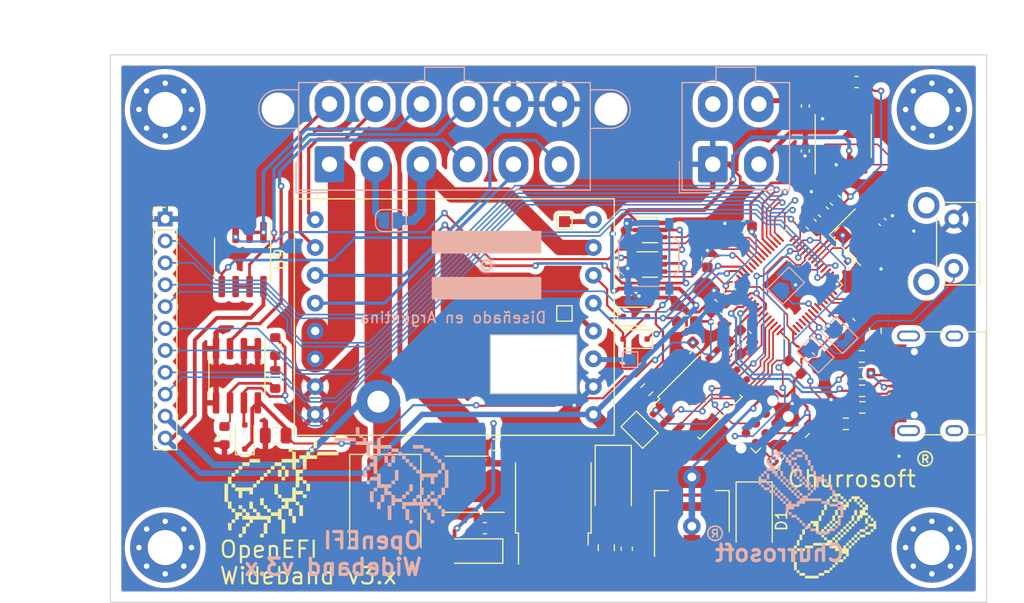
<source format=kicad_pcb>
(kicad_pcb (version 20231014) (generator "pcbnew") (generator_version "7.99")
  (layers (0 "F.Cu" signal) (31 "B.Cu" signal) (34 "B.Paste" user) (35 "F.Paste" user) (36 "B.SilkS" user "B.Silkscreen") (37 "F.SilkS" user "F.Silkscreen") (38 "B.Mask" user) (39 "F.Mask" user) (44 "Edge.Cuts" user))
  (net 0 "")
  (net 1 "/CAN+")
  (net 2 "GND")
  (net 3 "/CAN-")
  (net 4 "Net-(D11-A)")
  (net 5 "+5V")
  (net 6 "+3V3")
  (net 7 "+1V1")
  (net 8 "Net-(U1-XIN)")
  (net 9 "Net-(U1-XOUT)")
  (net 10 "+12VA")
  (net 11 "/MCU/WBO_TX")
  (net 12 "/MCU/WBO_RX")
  (net 13 "Net-(D6-K)")
  (net 14 "/MCU/GPIO21")
  (net 15 "/MCU/USB-")
  (net 16 "/MCU/USB+")
  (net 17 "/MCU/GPIO14")
  (net 18 "/DAC_SDA_2")
  (net 19 "/DAC_SDA_1")
  (net 21 "VBUS")
  (net 23 "/MCU/USB_DN")
  (net 28 "Net-(J2-CC2)")
  (net 29 "Net-(J2-CC1)")
  (net 31 "/MCU/USB_DP")
  (net 32 "/MCU/SYS_SWO")
  (net 33 "/MCU/NRST")
  (net 34 "/MCU/SYS_SWCLK")
  (net 35 "/MCU/SYS_SWDIO")
  (net 36 "/LAMBDA_OUT")
  (net 37 "/LSU_un")
  (net 38 "/LSU_ip")
  (net 39 "/HEATER-")
  (net 40 "/TEMP_OUT")
  (net 41 "/LSU_vm")
  (net 42 "/LSU_rtrim")
  (net 43 "+12V")
  (net 44 "/MCU/CF_CONF0")
  (net 45 "/MCU/CF_CONF1")
  (net 46 "/MCU/CF_CONF2")
  (net 47 "/MCU/FORCE_BOOTLOADER")
  (net 48 "/DAC_CLK_2")
  (net 49 "/DAC_CLK_1")
  (net 50 "Net-(U1-QSPI_SS)")
  (net 51 "/MCU/BTN_YES")
  (net 52 "Net-(U3-SEL_1)")
  (net 53 "Net-(U3-SEL_2)")
  (net 54 "Net-(U3-Boot0)")
  (net 55 "/m_narrow")
  (net 56 "/NARROW")
  (net 57 "Net-(U1-QSPI_SD2)")
  (net 58 "Net-(U10B--)")
  (net 61 "/MCU/GPIO19")
  (net 63 "/MCU/GPIO20")
  (net 64 "Net-(U1-QSPI_SD0)")
  (net 66 "Net-(U1-QSPI_SD3)")
  (net 67 "/MCU/GPIO16")
  (net 68 "Net-(U1-QSPI_SD1)")
  (net 69 "Net-(U1-QSPI_SCLK)")
  (net 70 "/CAN_RX")
  (net 71 "/CAN_TX")
  (net 74 "/m_LAMBDA_OUT")
  (net 77 "/m_TEMP_OUT")
  (net 79 "Net-(D2-A)")
  (net 80 "/MCU/GPIO18")
  (net 81 "/MCU/GPIO17")
  (net 82 "/MCU/GPIO15")
  (net 83 "Net-(R7-Pad2)")
  (footprint "MountingHole:MountingHole_3.2mm_M3_Pad_Via" (layer "F.Cu") (at 82.6224 110.1256)
    (property "Reference" "H3" (hide yes))
    (property "Value" "MountingHole")
  )
  (footprint "Connector_PinHeader_2.00mm:PinHeader_1x11_P2.00mm_Vertical" (layer "F.Cu") (at 82.6224 80.1256)
    (property "Reference" "J1" (hide yes))
    (property "Value" "Conn_01x10")
  )
  (footprint "Diode_SMD:D_SMC" (layer "F.Cu") (at 102.7176 106.5276 -90)
    (property "Reference" "D10" (hide yes))
    (property "Value" "D_TVS")
  )
  (footprint "Package_SO:SOIC-8_5.23x5.23mm_P1.27mm" (layer "F.Cu") (at 131.445 96.3676 45)
    (property "Reference" "U2" (hide yes))
    (property "Value" "W25Q128JVS")
  )
  (footprint "MountingHole:MountingHole_3.2mm_M3_Pad_Via" (layer "F.Cu") (at 152.6224 70.1256)
    (property "Reference" "H1" (hide yes))
    (property "Value" "MountingHole")
  )
  (footprint "Button_Switch_THT:SW_SPST_Omron_B3F-315x_Angled" (layer "F.Cu") (at 154.6224 80.1256 -90)
    (property "Reference" "SW3" (hide yes))
    (property "Value" "Key1")
  )
  (footprint "Package_TO_SOT_SMD:SOT-223-3_TabPin2" (layer "F.Cu") (at 130.7084 106.8324 90)
    (property "Reference" "U8" (hide yes))
    (property "Value" "AMS1117-3.3")
  )
  (footprint "TestPoint:TestPoint_Pad_1.0x1.0mm" (layer "F.Cu") (at 119.0752 88.7476)
    (property "Reference" "TP4" (hide yes))
    (property "Value" "TestPoint_Alt")
  )
  (footprint "Resistor_SMD:R_0603_1608Metric" (layer "F.Cu") (at 146.2224 92.6756 180)
    (property "Reference" "R12" (hide yes))
    (property "Value" "10k")
  )
  (footprint "Capacitor_SMD:C_0402_1005Metric" (layer "F.Cu") (at 141.0716 69.7992 90)
    (property "Reference" "C1" (hide yes))
    (property "Value" "47p")
  )
  (footprint "LOGO" (layer "F.Cu") (at 93.2434 104.946258)
    (property "Reference" "G***" (hide yes))
    (property "Value" "LOGO" (hide yes))
  )
  (footprint "MountingHole:MountingHole_3.2mm_M3_Pad_Via" (layer "F.Cu") (at 152.6224 110.1256)
    (property "Reference" "H4" (hide yes))
    (property "Value" "MountingHole")
  )
  (footprint "Resistor_SMD:R_0603_1608Metric" (layer "F.Cu") (at 144.7724 98.8256 180)
    (property "Reference" "R10" (hide yes))
    (property "Value" "10k")
  )
  (footprint "Capacitor_SMD:C_0603_1608Metric" (layer "F.Cu") (at 143.8148 78.4098 135)
    (property "Reference" "C18" (hide yes))
    (property "Value" "100nF")
  )
  (footprint "Capacitor_SMD:C_0603_1608Metric" (layer "F.Cu") (at 141.605 80.5942 -45)
    (property "Reference" "C10" (hide yes))
    (property "Value" "2.2uF")
  )
  (footprint "Diode_SMD:D_MiniMELF" (layer "F.Cu") (at 110.788351 110.444273 180)
    (property "Reference" "D11" (hide yes))
    (property "Value" "BZV55B20")
  )
  (footprint "Capacitor_SMD:C_0603_1608Metric" (layer "F.Cu") (at 135.6724 90.8256 -45)
    (property "Reference" "C19" (hide yes))
    (property "Value" "100nF")
  )
  (footprint "Diode_SMD:D_SMA" (layer "F.Cu") (at 136.398 107.6452 -90)
    (property "Reference" "D1")
    (property "Value" "B120-E3")
  )
  (footprint "Resistor_SMD:R_0603_1608Metric" (layer "F.Cu") (at 112.776 100.7364)
    (property "Reference" "R20" (hide yes))
    (property "Value" "10k")
  )
  (footprint "Crystal:Crystal_SMD_3225-4Pin_3.2x2.5mm" (layer "F.Cu") (at 145.864013 81.788838 -45)
    (property "Reference" "Y1" (hide yes))
    (property "Value" "12MHz")
  )
  (footprint "Package_TO_SOT_SMD:Texas_R-PDSO-G6" (layer "F.Cu") (at 126.8984 81.1276)
    (property "Reference" "U5" (hide yes))
    (property "Value" "TPL0401A-10-Q1")
  )
  (footprint "Capacitor_SMD:C_0603_1608Metric" (layer "F.Cu") (at 130.2512 91.948 45)
    (property "Reference" "C24" (hide yes))
    (property "Value" "2.2uF")
  )
  (footprint "Resistor_SMD:R_0603_1608Metric" (layer "F.Cu") (at 146.2724 97.3256 180)
    (property "Reference" "R11" (hide yes))
    (property "Value" "10k")
  )
  (footprint "Capacitor_SMD:C_0603_1608Metric" (layer "F.Cu") (at 135.4224 80.8256)
    (property "Reference" "C23" (hide yes))
    (property "Value" "100nF")
  )
  (footprint "Capacitor_SMD:C_0603_1608Metric" (layer "F.Cu") (at 145.1356 89.662 -45)
    (property "Reference" "C14" (hide yes))
    (property "Value" "100nF")
  )
  (footprint "Diode_SMD:D_SOD-323F" (layer "F.Cu") (at 125.5268 91.0844 180)
    (property "Reference" "D5" (hide yes))
    (property "Value" "1N4148W")
  )
  (footprint "TestPoint:TestPoint_Pad_1.0x1.0mm" (layer "F.Cu") (at 119.0752 80.3656)
    (property "Reference" "TP5" (hide yes))
    (property "Value" "TestPoint_Alt")
  )
  (footprint "Jumper:SolderJumper-2_P1.3mm_Open_TrianglePad1.0x1.5mm" (layer "F.Cu") (at 125.9332 99.3648 135)
    (property "Reference" "JP4" (hide yes))
    (property "Value" "BOOTSEL")
  )
  (footprint "Capacitor_SMD:C_0603_1608Metric" (layer "F.Cu") (at 124.7648 110.236 90)
    (property "Reference" "C29" (hide yes))
    (property "Value" "1u")
  )
  (footprint "Capacitor_SMD:C_0603_1608Metric" (layer "F.Cu") (at 133.0452 89.154 -45)
    (property "Reference" "C17" (hide yes))
    (property "Value" "100nF")
  )
  (footprint "OpenEFI_LIB:RusEFI_WBO" (layer "F.Cu") (at 109.7788 88.1888 180)
    (property "Reference" "U3" (hide yes))
    (property "Value" "~")
    (fp_poly (pts (xy -10.414 -7.874) (xy -2.54 -7.874) (xy -2.54 -2.54) (xy -10.414 -2.54)) (stroke (width 0.12)) (fill none) (layer "Edge.Cuts"))
  )
  (footprint "Capacitor_SMD:C_0805_2012Metric" (layer "F.Cu") (at 92.71 99.8982 180)
    (property "Reference" "C7" (hide yes))
    (property "Value" "100nF")
  )
  (footprint "Capacitor_SMD:C_0603_1608Metric" (layer "F.Cu") (at 134.6224 91.8756 -45)
    (property "Reference" "C11" (hide yes))
    (property "Value" "100nF")
  )
  (footprint "Resistor_SMD:R_0603_1608Metric" (layer "F.Cu") (at 126.5936 95.7072 -135)
    (property "Reference" "R6" (hide yes))
    (property "Value" "1k")
  )
  (footprint "Resistor_SMD:R_0603_1608Metric" (layer "F.Cu") (at 140.1224 93.6256 -45)
    (property "Reference" "R5" (hide yes))
    (property "Value" "10k")
  )
  (footprint "Capacitor_SMD:C_0402_1005Metric" (layer "F.Cu") (at 148.1074 80.391 -45)
    (property "Reference" "C15" (hide yes))
    (property "Value" "30pF")
  )
  (footprint "Capacitor_SMD:C_0603_1608Metric" (layer "F.Cu") (at 111.8108 108.3564 180)
    (property "Reference" "C28" (hide yes))
    (property "Value" "1u")
  )
  (footprint "Package_TO_SOT_SMD:Texas_R-PDSO-G6" (layer "F.Cu") (at 126.8984 84.2772)
    (property "Reference" "U6" (hide yes))
    (property "Value" "TPL0401A-10-Q1")
  )
  (footprint "Capacitor_SMD:C_0603_1608Metric" (layer "F.Cu") (at 132.1308 83.7692 90)
    (property "Reference" "C13" (hide yes))
    (property "Value" "100nF")
  )
  (footprint "Resistor_SMD:R_0603_1608Metric" (layer "F.Cu") (at 147.4724 90.3256 90)
    (property "Reference" "R13" (hide yes))
    (property "Value" "10k")
  )
  (footprint "Connector_USB:USB_C_Receptacle_HRO_TYPE-C-31-M-12" (layer "F.Cu") (at 153.6224 95.1256 90)
    (property "Reference" "J2" (hide yes))
    (property "Value" "USB_C_Receptacle_USB2.0")
  )
  (footprint "Capacitor_SMD:C_0402_1005Metric" (layer "F.Cu") (at 145.2724 84.3256 135)
    (property "Reference" "C16" (hide yes))
    (property "Value" "30pF")
  )
  (footprint "Resistor_SMD:R_0603_1608Metric" (layer "F.Cu") (at 92.6724 91.7756 90)
    (property "Reference" "R8" (hide yes))
    (property "Value" "30k")
  )
  (footprint "MountingHole:MountingHole_3.2mm_M3_Pad_Via" (layer "F.Cu") (at 82.6224 70.1256)
    (property "Reference" "H2" (hide yes))
    (property "Value" "MountingHole")
  )
  (footprint "Resistor_SMD:R_0603_1608Metric" (layer "F.Cu") (at 146.2278 94.2086 180)
    (property "Reference" "R4" (hide yes))
    (property "Value" "27R")
  )
  (footprint "Resistor_SMD:R_0603_1608Metric" (layer "F.Cu") (at 88.0364 99.8982 -90)
    (property "Reference" "R18" (hide yes))
    (property "Value" "15k")
  )
  (footprint "Capacitor_SMD:C_0402_1005Metric" (layer "F.Cu") (at 141.0716 73.914 -90)
    (property "Reference" "C2" (hide yes))
    (property "Value" "47p")
  )
  (footprint "Package_SO:SOIC-8_3.9x4.9mm_P1.27mm" (layer "F.Cu") (at 110.1344 104.3432 180)
    (property "Reference" "Q6" (hide yes))
    (property "Value" "MCQ9435-TP")
  )
  (footprint "Connector:Tag-Connect_TC2030-IDC-NL_2x03_P1.27mm_Vertical" (layer "F.Cu") (at 136.999413 99.236962 45)
    (property "Reference" "J3" (hide yes))
    (property "Value" "Tag connect")
  )
  (footprint "Package_SO:SOP-8_3.9x4.9mm_P1.27mm" (layer "F.Cu") (at 144.526 72.5424 90)
    (property "Reference" "U4" (hide yes))
    (property "Value" "TJA1051T-3")
  )
  (footprint "Package_DFN_QFN:QFN-56-1EP_7x7mm_P0.4mm_EP3.2x3.2mm" (layer "F.Cu") (at 139.3698 86.1314 135)
    (property "Reference" "U1" (hide yes))
    (property "Value" "RP2040")
  )
  (footprint "Capacitor_SMD:C_0603_1608Metric" (layer "F.Cu") (at 145.7452 67.6148 180)
    (property "Reference" "C12" (hide yes))
    (property "Value" "100nF")
  )
  (footprint "Package_SO:SOIC-8_3.9x4.9mm_P1.27mm" (layer "F.Cu") (at 89.1724 94.4372 -90)
    (property "Reference" "U10" (hide yes))
    (property "Value" "LMV358")
  )
  (footprint "Resistor_SMD:R_0603_1608Metric" (layer "F.Cu") (at 92.6724 94.7756 90)
    (property "Reference" "R7" (hide yes))
    (property "Value" "3k")
  )
  (footprint "Diode_SMD:D_SOD-323F" (layer "F.Cu") (at 125.5522 89.027)
    (property "Reference" "D6" (hide yes))
    (property "Value" "1N4148W")
  )
  (footprint "Resistor_SMD:R_0603_1608Metric" (layer "F.Cu") (at 146.2532 95.8088)
    (property "Reference" "R3" (hide yes))
    (property "Value" "27R")
  )
  (footprint "Diode_SMD:D_SOD-323F" (layer "F.Cu") (at 89.8906 100.0252 90)
    (property "Reference" "D7" (hide yes))
    (property "Value" "1N4148W")
  )
  (footprint "Diode_SMD:D_SMA" (layer "F.Cu") (at 123.52969 104.29899 -90)
    (property "Reference" "D2" (hide yes))
    (property "Value" "B120-E3")
  )
  (footprint "Capacitor_SMD:C_0603_1608Metric" (layer "F.Cu") (at 133.2738 87.1982 135)
    (property "Reference" "C21" (hide yes))
    (property "Value" "100nF")
  )
  (footprint "Package_SO:SOIC-8_3.9x4.9mm_P1.27mm" (layer "F.Cu") (at 89.6874 83.82 -90)
    (property "Reference" "U9")
    (property "Value" "LMV358")
  )
  (footprint "Package_TO_SOT_SMD:TO-252-2" (layer "F.Cu") (at 118.0592 105.484399 90)
    (property "Reference" "U11" (hide yes))
    (property "Value" "LM78M05_TO252")
  )
  (footprint "Capacitor_SMD:C_0603_1608Metric" (layer "F.Cu") (at 142.7226 79.4766 135)
    (property "Reference" "C22" (hide yes))
    (property "Value" "100nF")
  )
  (footprint "LOGO" (layer "F.Cu") (at 143.7874 108.9426)
    (property "Reference" "G***" (hide yes))
    (property "Value" "LOGO" (hide yes))
  )
  (footprint "Resistor_SMD:R_0603_1608Metric" (layer "F.Cu") (at 140.885613 99.516362 -135)
    (property "Reference" "R19" (hide yes))
    (property "Value" "10k")
  )
  (footprint "Capacitor_SMD:C_0603_1608Metric" (layer "F.Cu") (at 141.4526 92.7862 135)
    (property "Reference" "C9" (hide yes))
    (property "Value" "2.2uF")
  )
  (footprint "Capacitor_SMD:C_0805_2012Metric" (layer "F.Cu") (at 122.8954 110.1344 90)
    (property "Reference" "C30" (hide yes))
    (property "Value" "22u")
  )
  (footprint "Capacitor_SMD:C_0603_1608Metric" (layer "F.Cu") (at 138.650413 101.675362 45)
    (property "Reference" "C20" (hide yes))
    (property "Value" "100nF")
  )
  (footprint "Resistor_SMD:R_0603_1608Metric" (layer "F.Cu") (at 130.1224 89.4756)
    (property "Reference" "R9" (hide yes))
    (property "Value" "3k")
  )
  (footprint "TestPoint:TestPoint_Pad_1.0x1.0mm" (layer "B.Cu") (at 125.0696 92.964 180)
    (property "Reference" "TP3" (hide yes))
    (property "Value" "TestPoint_Alt")
  )
  (footprint "Jumper:SolderJumper-2_P1.3mm_Open_TrianglePad1.0x1.5mm" (layer "B.Cu") (at 144.1704 90.7034 -45)
    (property "Reference" "JP2" (hide yes))
    (property "Value" "CF_CONF1")
  )
  (footprint "Button_Switch_SMD:SW_Push_1P1T_XKB_TS-1187A" (layer "B.Cu") (at 126.7724 83.5256 -90)
    (property "Reference" "SW1" (hide yes))
    (property "Value" "Key0")
  )
  (footprint "Connector_Molex:Molex_Mini-Fit_Jr_5566-12A2_2x06_P4.20mm_Vertical" (layer "B.Cu") (at 97.6224 75.1256)
    (property "Reference" "J5" (hide yes))
    (property "Value" "Conn_01x12")
  )
  (footprint "LOGO" (layer "B.Cu") (at 103.2764 103.676258 180)
    (property "Reference" "G***" (hide yes))
    (property "Value" "LOGO" (hide yes))
  )
  (footprint "Jumper:SolderJumper-2_P1.3mm_Open_RoundedPad1.0x1.5mm" (layer "B.Cu") (at 103.2256 80.264)
    (property "Reference" "JP5" (hide yes))
    (property "Value" "Jumper_NO_Small")
  )
  (footprint "LOGO" (layer "B.Cu") (at 140.5402 104.8786 180)
    (property "Reference" "G***" (hide yes))
    (property "Value" "LOGO" (hide yes))
  )
  (footprint "LOGO" (layer "B.Cu") (at 111.9632 84.328 180)
    (property "Reference" "G***" (hide yes))
    (property "Value" "LOGO" (hide yes))
  )
  (footprint "Jumper:SolderJumper-2_P1.3mm_Open_TrianglePad1.0x1.5mm" (layer "B.Cu") (at 141.990371 92.477029 -45)
    (property "Reference" "JP1" (hide yes))
    (property "Value" "CF_CONF0")
  )
  (footprint "Jumper:SolderJumper-2_P1.3mm_Open_TrianglePad1.0x1.5mm" (layer "B.Cu") (at 139.2936 86.2076 45)
    (property "Reference" "JP3" (hide yes))
    (property "Value" "CF_CONF2")
  )
  (footprint "Connector_Molex:Molex_Mini-Fit_Jr_5566-04A_2x02_P4.20mm_Vertical" (layer "B.Cu") (at 132.6224 75.1256)
    (property "Reference" "J4" (hide yes))
    (property "Value" "FT_CAN")
  )
  (gr_rect (start 77.6224 65.1256) (end 157.6224 115.1256) (stroke (width 0.1)) (fill none) (layer "Edge.Cuts"))
  (gr_text "®" (at 133.7818 109.4232 -0) (layer "B.SilkS") (effects (font (size 1 1)) (justify left bottom mirror)))
  (gr_text "Diseñado en Argentina" (at 117.5258 89.7128 0) (layer "B.SilkS") (effects (font (size 1 1)) (justify left bottom mirror)))
  (gr_text "OpenEFI\nWideband v3.x" (at 106.2228 112.776 0) (layer "B.SilkS") (effects (font (size 1.5 1.5) (thickness 0.3)) (justify left bottom mirror)))
  (gr_text "Churrosoft" (at 144.78 111.506 0) (layer "B.SilkS") (effects (font (size 1.5 1.5) (thickness 0.3)) (justify left bottom mirror)))
  (gr_text "Churrosoft" (at 139.319 104.7242 0) (layer "F.SilkS") (effects (font (size 1.5 1.5) (thickness 0.2)) (justify left bottom)))
  (gr_text "®" (at 151.0538 102.616 0) (layer "F.SilkS") (effects (font (size 1 1)) (justify left bottom)))
  (gr_text "OpenEFI\nWideband v3.x" (at 87.4776 113.5888 0) (layer "F.SilkS") (effects (font (size 1.5 1.5) (thickness 0.2)) (justify left bottom)))
  (segment (start 141.4272 68.3768) (end 141.0716 68.7324) (width 0.45) (layer "F.Cu") (net 1))
  (segment (start 139.1314 69.864618) (end 139.1314 69.6442) (width 0.45) (layer "F.Cu") (net 1))
  (segment (start 137.1288 69.3192) (end 136.8224 69.6256) (width 0.45) (layer "F.Cu") (net 1))
  (segment (start 139.7814 69.6442) (end 139.7814 69.864618) (width 0.45) (layer "F.Cu") (net 1))
  (segment (start 141.0716 69.3192) (end 140.1064 69.3192) (width 0.45) (layer "F.Cu") (net 1))
  (segment (start 141.0716 68.7324) (end 141.0716 69.3192) (width 0.45) (layer "F.Cu") (net 1))
  (segment (start 143.51 68.3768) (end 141.4272 68.3768) (width 0.45) (layer "F.Cu") (net 1))
  (segment (start 138.8064 69.3192) (end 137.1288 69.3192) (width 0.45) (layer "F.Cu") (net 1))
  (segment (start 143.891 68.7578) (end 143.51 68.3768) (width 0.45) (layer "F.Cu") (net 1))
  (segment (start 143.891 69.9174) (end 143.891 68.7578) (width 0.45) (layer "F.Cu") (net 1))
  (arc (start 140.1064 69.3192) (mid 139.87659 69.41439) (end 139.7814 69.6442) (width 0.45) (layer "F.Cu") (net 1))
  (arc (start 139.7814 69.864618) (mid 139.68621 70.094428) (end 139.4564 70.189618) (width 0.45) (layer "F.Cu") (net 1))
  (arc (start 139.4564 70.189618) (mid 139.22659 70.094428) (end 139.1314 69.864618) (width 0.45) (layer "F.Cu") (net 1))
  (arc (start 139.1314 69.6442) (mid 139.03621 69.41439) (end 138.8064 69.3192) (width 0.45) (layer "F.Cu") (net 1))
  (segment (start 125.212208 84.2772) (end 124.858212 84.631196) (width 0.25) (layer "F.Cu") (net 2))
  (segment (start 142.318806 93.652406) (end 144.320194 93.652406) (width 0.15) (layer "F.Cu") (net 2))
  (segment (start 135.1224 76.266716) (end 135.1224 80.3506) (width 0.25) (layer "F.Cu") (net 2))
  (segment (start 145.3642 92.6084) (end 145.4282 92.6084) (width 0.15) (layer "F.Cu") (net 2))
  (segment (start 126.0318 87.3006) (end 129.1474 87.3006) (width 0.35) (layer "F.Cu") (net 2))
  (segment (start 144.320194 93.652406) (end 145.3642 92.6084) (width 0.15) (layer "F.Cu") (net 2))
  (segment (start 129.1474 87.3006) (end 130.4724 88.6256) (width 0.35) (layer "F.Cu") (net 2))
  (segment (start 149.0674 98.8856) (end 149.5774 98.3756) (width 0.35) (layer "F.Cu") (net 2))
  (segment (start 143.565999 76.3174) (end 142.0142 76.3174) (width 0.25) (layer "F.Cu") (net 2))
  (segment (start 125.8824 87.1512) (end 126.0318 87.3006) (width 0.35) (layer "F.Cu") (net 2))
  (segment (start 133.7224 80.5256) (end 134.3474 80.5256) (width 0.2) (layer "F.Cu") (net 2))
  (segment (start 130.4724 88.6256) (end 130.474912 88.628112) (width 0.25) (layer "F.Cu") (net 2))
  (segment (start 132.725792 87.251234) (end 132.725792 86.650192) (width 0.25) (layer "F.Cu") (net 2))
  (segment (start 133.593208 90.104792) (end 133.593208 89.702008) (width 0.15) (layer "F.Cu") (net 2))
  (segment (start 142.000608 93.334208) (end 142.318806 93.652406) (width 0.15) (layer "F.Cu") (net 2))
  (segment (start 140.740876 84.760324) (end 139.3698 86.1314) (width 0.15) (layer "F.Cu") (net 2))
  (segment (start 141.4334 69.9174) (end 141.0716 70.2792) (width 0.2) (layer "F.Cu") (net 2))
  (segment (start 145.4282 97.3582) (end 144.155 97.3582) (width 0.25) (layer "F.Cu") (net 2))
  (segment (start 130.4724 88.6256) (end 130.2224 88.8756) (width 0.25) (layer "F.Cu") (net 2))
  (segment (start 130.2224 90.3444) (end 130.387708 90.509708) (width 0.25) (layer "F.Cu") (net 2))
  (segment (start 130.474912 88.628112) (end 131.351594 88.628112) (width 0.25) (layer "F.Cu") (net 2))
  (segment (start 135.170408 92.628051) (end 133.381832 94.416627) (width 0.25) (layer "F.Cu") (net 2))
  (segment (start 125.0984 81.1276) (end 124.7648 80.794) (width 0.25) (layer "F.Cu") (net 2))
  (segment (start 146.04079 83.80381) (end 146.04079 83.167696) (width 0.15) (layer "F.Cu") (net 2))
  (segment (start 141.6224 77.6256) (end 141.858592 77.861792) (width 0.25) (layer "F.Cu") (net 2))
  (segment (start 132.6224 75.1256) (end 133.981284 75.1256) (width 0.25) (layer "F.Cu") (net 2))
  (segment (start 131.71771 88.261996) (end 131.71771 88.259316) (width 0.25) (layer "F.Cu") (net 2))
  (segment (start 153.5224 81.2256) (end 150.9724 81.2256) (width 0.25) (layer "F.Cu") (net 2))
  (segment (start 144.201222 86.0756) (end 145.611811 84.665011) (width 0.15) (layer "F.Cu") (net 2))
  (segment (start 149.0674 101.2206) (end 149.0674 98.8856) (width 0.35) (layer "F.Cu") (net 2))
  (segment (start 143.9724 86.0756) (end 144.201222 86.0756) (width 0.15) (layer "F.Cu") (net 2))
  (segment (start 142.507586 84.407827) (end 142.155089 84.760324) (width 0.15) (layer "F.Cu") (net 2))
  (segment (start 135.1224 80.3506) (end 134.6474 80.8256) (width 0.25) (layer "F.Cu") (net 2))
  (segment (start 125.7984 84.2772) (end 125.212208 84.2772) (width 0.25) (layer "F.Cu") (net 2))
  (segment (start 142.621 69.9174) (end 142.621 70.9422) (width 0.2) (layer "F.Cu") (net 2))
  (segment (start 124.488201 109.184401) (end 124.7648 109.461) (width 0.35) (layer "F.Cu") (net 2))
  (segment (start 147.993978 79.8256) (end 147.767989 80.051589) (width 0.25) (layer "F.Cu") (net 2))
  (segment (start 130.2224 88.8756) (end 130.2224 90.3444) (width 0.25) (layer "F.Cu") (net 2))
  (segment (start 142.621 70.9422) (end 142.6464 70.9676) (width 0.2) (layer "F.Cu") (net 2))
  (segment (start 149.0224 79.8256) (end 147.993978 79.8256) (width 0.25) (layer "F.Cu") (net 2))
  (segment (start 133.381832 94.416627) (end 132.713427 94.416627) (width 0.25) (layer "F.Cu") (net 2))
  (segment (start 89.8074 91.9622) (end 91.0774 91.9622) (width 0.25) (layer "F.Cu") (net 2))
  (segment (start 146.04079 83.167696) (end 146.464496 83.167696) (width 0.35) (layer "F.Cu") (net 2))
  (segment (start 131.4724 93.1756) (end 131.4724 92.2256) (width 0.15) (layer "F.Cu") (net 2))
  (segment (start 141.035502 75.338702) (end 141.035502 74.357902) (width 0.25) (layer "F.Cu") (net 2))
  (segment (start 145.611811 84.232789) (end 146.04079 83.80381) (width 0.15) (layer "F.Cu") (net 2))
  (segment (start 149.6224 101.7756) (end 149.0674 101.2206) (width 0.35) (layer "F.Cu") (net 2))
  (segment (start 143.4224 95.9256) (end 142.4724 94.9756) (width 0.25) (layer "F.Cu") (net 2))
  (segment (start 142.155089 84.760324) (end 140.740876 84.760324) (width 0.15) (layer "F.Cu") (net 2))
  (segment (start 143.891 75.1674) (end 143.891 75.992399) (width 0.25) (layer "F.Cu") (net 2))
  (segment (start 143.4224 96.6256) (end 143.4224 95.9256) (width 0.25) (layer "F.Cu") (net 2))
  (segment (start 142.0142 76.3174) (end 141.035502 75.338702) (width 0.25) (layer "F.Cu") (net 2))
  (segment (start 130.387708 90.509708) (end 131.206508 90.509708) (width 0.25) (layer "F.Cu") (net 2))
  (segment (start 154.6224 80.1256) (end 153.5224 81.2256) (width 0.25) (layer "F.Cu") (net 2))
  (segment (start 134.3474 80.5256) (end 134.6474 80.8256) (width 0.2) (layer "F.Cu") (net 2))
  (segment (start 141.858592 77.861792) (end 143.266792 77.861792) (width 0.25) (layer "F.Cu") (net 2))
  (segment (start 132.534 94.2372) (end 131.4724 93.1756) (width 0.15) (layer "F.Cu") (net 2))
  (segment (start 143.891 75.992399) (end 143.565999 76.3174) (width 0.25) (layer "F.Cu") (net 2))
  (segment (start 131.71771 88.259316) (end 132.725792 87.251234) (width 0.25) (layer "F.Cu") (net 2))
  (segment (start 135.170408 92.423608) (end 135.170408 92.628051) (width 0.25) (layer "F.Cu") (net 2))
  (segment (start 135.170408 92.423608) (end 136.220408 91.373608) (width 0.25) (layer "F.Cu") (net 2))
  (segment (start 122.8954 109.184401) (end 124.488201 109.184401) (width 0.35) (layer "F.Cu") (net 2))
  (segment (start 144.155 97.3582) (end 143.4224 96.6256) (width 0.25) (layer "F.Cu") (net 2))
  (segment (start 145.611811 84.665011) (end 145.611811 84.232789) (width 0.15) (layer "F.Cu") (net 2))
  (segment (start 131.4724 92.2256) (end 132.1974 91.5006) (width 0.15) (layer "F.Cu") (net 2))
  (segment (start 132.1974 91.5006) (end 133.593208 90.104792) (width 0.15) (layer "F.Cu") (net 2))
  (segment (start 132.713427 94.416627) (end 132.534 94.2372) (width 0.25) (layer "F.Cu") (net 2))
  (segment (start 131.206508 90.509708) (end 132.1974 91.5006) (width 0.25) (layer "F.Cu") (net 2))
  (segment (start 133.981284 75.1256) (end 135.1224 76.266716) (width 0.25) (layer "F.Cu") (net 2))
  (segment (start 125.7984 81.1276) (end 125.0984 81.1276) (width 0.25) (layer "F.Cu") (net 2))
  (segment (start 146.464496 83.167696) (end 147.9804 84.6836) (width 0.35) (layer "F.Cu") (net 2))
  (segment (start 124.7648 80.794) (end 124.7648 80.518) (width 0.25) (layer "F.Cu") (net 2))
  (segment (start 142.621 69.9174) (end 141.4334 69.9174) (width 0.2) (layer "F.Cu") (net 2))
  (segment (start 131.351594 88.628112) (end 131.71771 88.261996) (width 0.25) (layer "F.Cu") (net 2))
  (via (at 125.8824 87.1512) (size 0.6) (drill 0.3) (layers "F.Cu" "B.Cu") (net 2))
  (via (at 132.1308 82.9942) (size 0.6) (drill 0.3) (layers "F.Cu" "B.Cu") (net 2))
  (via (at 142.6464 70.9676) (size 0.6) (drill 0.3) (layers "F.Cu" "B.Cu") (net 2))
  (via (at 147.9804 84.6836) (size 0.6) (drill 0.3) (layers "F.Cu" "B.Cu") (net 2))
  (via (at 141.6224 77.6256) (size 0.6) (drill 0.3) (layers "F.Cu" "B.Cu") (net 2))
  (via (at 133.7224 80.5256) (size 0.6) (drill 0.3) (layers "F.Cu" "B.Cu") (net 2))
  (via (at 150.9724 81.2256) (size 0.6) (drill 0.3) (layers "F.Cu" "B.Cu") (net 2))
  (via (at 143.891 75.1674) (size 0.6) (drill 0.3) (layers "F.Cu" "B.Cu") (net 2))
  (via (at 143.9724 86.0756) (size 0.6) (drill 0.3) (layers "F.Cu" "B.Cu") (net 2))
  (via (at 132.725792 86.650192) (size 0.6) (drill 0.3) (layers "F.Cu" "B.Cu") (net 2))
  (via (at 143.4224 96.6256) (size 0.6) (drill 0.3) (layers "F.Cu" "B.Cu") (net 2))
  (via (at 139.8724 96.9756) (size 0.6) (drill 0.3) (layers "F.Cu" "B.Cu") (net 2))
  (via (at 119.9724 97.1256) (size 0.6) (drill 0.3) (layers "F.Cu" "B.Cu") (net 2))
  (via (at 124.858212 84.631196) (size 0.6) (drill 0.3) (layers "F.Cu" "B.Cu") (net 2))
  (via (at 149.6224 101.7756) (size 0.6) (drill 0.3) (layers "F.Cu" "B.Cu") (net 2))
  (via (at 141.035502 74.357902) (size 0.6) (drill 0.3) (layers "F.Cu" "B.Cu") (net 2))
  (via (at 140.174332 86.138961) (size 0.6) (drill 0.3) (layers "F.Cu" "B.Cu") (net 2))
  (via (at 149.0224 79.8256) (size 0.6) (drill 0.3) (layers "F.Cu" "B.Cu") (net 2))
  (via (at 124.7648 80.518) (size 0.6) (drill 0.3) (layers "F.Cu" "B.Cu") (net 2))
  (segment (start 121.6702 95.4278) (end 119.9724 97.1256) (width 0.25) (layer "B.Cu") (net 2))
  (segment (start 125.523 87.1512) (end 124.8974 86.5256) (width 0.35) (layer "B.Cu") (net 2))
  (segment (start 124.9318 80.685) (end 124.7648 80.518) (width 0.35) (layer "B.Cu") (net 2))
  (segment (start 133.4948 80.5256) (end 133.7224 80.5256) (width 0.2) (layer "B.Cu") (net 2))
  (segment (start 132.1308 81.8896) (end 133.4948 80.5256) (width 0.2) (layer "B.Cu") (net 2))
  (segment (start 141.6224 77.6256) (end 141.6224 77.436) (width 0.25) (layer "B.Cu") (net 2))
  (segment (start 124.8974 86.5256) (end 124.9318 86.4912) (width 0.35) (layer "B.Cu") (net 2))
  (segment (start 125.8824 87.1512) (end 125.523 87.1512) (width 0.35) (layer "B.Cu") (net 2))
  (segment (start 132.1308 82.9942) (end 132.1308 81.8896) (width 0.2) (layer "B.Cu") (net 2))
  (segment (start 124.8974 86.5256) (end 124.8974 83.8256) (width 0.15) (layer "B.Cu") (net 2))
  (segment (start 150.9724 81.2256) (end 150.4224 81.2256) (width 0.25) (layer "B.Cu") (net 2))
  (segment (start 124.8974 83.8256) (end 124.8974 84.2178) (width 0.15) (layer "B.Cu") (net 2))
  (segment (start 124.9318 86.4912) (end 124.9318 80.685) (width 0.35) (layer "B.Cu") (net 2))
  (segment (start 150.4224 81.2256) (end 149.0224 79.8256) (width 0.25) (layer "B.Cu") (net 2))
  (segment (start 140.2224 96.6256) (end 139.8724 96.9756) (width 0.25) (layer "B.Cu") (net 2))
  (segment (start 124.858212 84.631196) (end 124.858212 84.256988) (width 0.25) (layer "B.Cu") (net 2))
  (segment (start 121.7168 95.4278) (end 121.6702 95.4278) (width 0.25) (layer "B.Cu") (net 2))
  (segment (start 124.8974 83.8256) (end 124.8974 80.5256) (width 0.15) (layer "B.Cu") (net 2))
  (segment (start 139.806252 85.694948) (end 139.806252 85.770881) (width 0.13) (layer "B.Cu") (net 2))
  (segment (start 124.858212 84.256988) (end 124.8974 84.2178) (width 0.25) (layer "B.Cu") (net 2))
  (segment (start 143.4224 96.6256) (end 140.2224 96.6256) (width 0.25) (layer "B.Cu") (net 2))
  (segment (start 139.806252 85.770881) (end 140.174332 86.138961) (width 0.13) (layer "B.Cu") (net 2))
  (segment (start 141.6224 77.436) (end 143.891 75.1674) (width 0.25) (layer "B.Cu") (net 2))
  (segment (start 145.161 70.742399) (end 145.161 69.9174) (width 0.45) (layer "F.Cu") (net 3))
  (segment (start 143.716599 72.1868) (end 141.0716 72.1868) (width 0.45) (layer "F.Cu") (net 3))
  (segment (start 143.716599 72.1868) (end 145.161 70.742399) (width 0.45) (layer "F.Cu") (net 3))
  (segment (start 141.0716 72.1868) (end 141.0716 73.434) (width 0.45) (layer "F.Cu") (net 3))
  (segment (start 139.761199 72.1868) (end 136.822399 75.1256) (width 0.45) (layer "F.Cu") (net 3))
  (segment (start 141.0716 72.1868) (end 139.761199 72.1868) (width 0.45) (layer "F.Cu") (net 3))
  (segment (start 111.951 100.7364) (end 111.951 101.7798) (width 0.4) (layer "F.Cu") (net 4))
  (segment (start 109.038351 110.444273) (end 109.038351 108.588849) (width 0.35) (layer "F.Cu") (net 4))
  (segment (start 112.5982 98.7806) (end 112.5982 100.0892) (width 0.35) (layer "F.Cu") (net 4))
  (segment (start 112.5982 100.0892) (end 111.951 100.7364) (width 0.35) (layer "F.Cu") (net 4))
  (segment (start 109.038351 108.588849) (end 109.2708 108.3564) (width 0.35) (layer "F.Cu") (net 4))
  (segment (start 111.951 101.7798) (end 112.6094 102.4382) (width 0.4) (layer "F.Cu") (net 4))
  (via (at 112.5982 98.7806) (size 0.6) (drill 0.3) (layers "F.Cu" "B.Cu") (net 4))
  (via (at 109.2708 108.3564) (size 0.6) (drill 0.3) (layers "F.Cu" "B.Cu") (net 4))
  (segment (start 112.5982 98.7806) (end 112.5728 98.806) (width 0.35) (layer "B.Cu") (net 4))
  (segment (start 112.5728 105.0544) (end 109.2708 108.3564) (width 0.35) (layer "B.Cu") (net 4))
  (segment (start 112.5728 98.806) (end 112.5728 105.0544) (width 0.35) (layer "B.Cu") (net 4))
  (segment (start 132.588 106.3752) (end 127.605901 106.3752) (width 0.8) (layer "F.Cu") (net 5))
  (segment (start 123.3424 102.111699) (end 123.3424 99.5934) (width 0.8) (layer "F.Cu") (net 5))
  (segment (start 124.9752 79.6544) (end 125.7984 80.4776) (width 0.25) (layer "F.Cu") (net 5))
  (segment (start 85.3224 98.0756) (end 85.3224 91.1756) (width 0.35) (layer "F.Cu") (net 5))
  (segment (start 126.0856 104.902) (end 126.0856 104.854899) (width 1.2) (layer "F.Cu") (net 5))
  (segment (start 127.5588 106.3752) (end 127.605901 106.3752) (width 1.2) (layer "F.Cu") (net 5))
  (segment (start 131.84001 79.2988) (end 131.917805 79.221005) (width 0.35) (layer "F.Cu") (net 5))
  (segment (start 91.5924 87.995) (end 91.5924 86.295) (width 0.35) (layer "F.Cu") (net 5))
  (segment (start 126.0856 104.902) (end 127.5588 106.3752) (width 1.2) (layer "F.Cu") (net 5))
  (segment (start 127.9984 83.6272) (end 125.7984 83.6272) (width 0.25) (layer "F.Cu") (net 5))
  (segment (start 124.968 79.2988) (end 131.84001 79.2988) (width 0.35) (layer "F.Cu") (net 5))
  (segment (start 134.4724 76.66641) (end 131.917805 79.221005) (width 0.35) (layer "F.Cu") (net 5))
  (segment (start 123.52969 99.78069) (end 121.7168 97.9678) (width 1.2) (layer "F.Cu") (net 5))
  (segment (start 127.605901 106.3752) (end 123.3424 102.111699) (width 0.8) (layer "F.Cu") (net 5))
  (segment (start 87.3474 89.1506) (end 90.4368 89.1506) (width 0.35) (layer "F.Cu") (net 5))
  (segment (start 124.6124 79.6544) (end 124.968 79.2988) (width 0.35) (layer "F.Cu") (net 5))
  (segment (start 123.52969 102.298989) (end 123.52969 99.78069) (width 1.2) (layer "F.Cu") (net 5))
  (segment (start 123.833614 86.669013) (end 123.5724 86.669013) (width 0.35) (layer "F.Cu") (net 5))
  (segment (start 134.158801 105.645199) (end 133.0084 106.7956) (width 0.7) (layer "F.Cu") (net 5))
  (segment (start 123.3424 99.5934) (end 121.7168 97.9678) (width 0.8) (layer "F.Cu") (net 5))
  (segment (start 145.0724 75.0788) (end 145.161 75.1674) (width 0.35) (layer "F.Cu") (net 5))
  (segment (start 124.025927 86.4767) (end 123.833614 86.669013) (width 0.35) (layer "F.Cu") (net 5))
  (segment (start 90.4368 89.1506) (end 91.5924 87.995) (width 0.35) (layer "F.Cu") (net 5))
  (segment (start 123.4724 80.7944) (end 124.6124 79.6544) (width 0.35) (layer "F.Cu") (net 5))
  (segment (start 82.6224 100.1256) (end 83.2724 100.1256) (width 0.35) (layer "F.Cu") (net 5))
  (segment (start 125.7984 80.4776) (end 127.9984 80.4776) (width 0.25) (layer "F.Cu") (net 5))
  (segment (start 83.2724 100.1256) (end 85.3224 98.0756) (width 0.35) (layer "F.Cu") (net 5))
  (segment (start 125.7984 83.6272) (end 124.2972 83.6272) (width 0.25) (layer "F.Cu") (net 5))
  (segment (start 136.398 105.645199) (end 134.158801 105.645199) (width 0.7) (layer "F.Cu") (net 5))
  (segment (start 129.566298 86.4767) (end 124.025927 86.4767) (width 0.35) (layer "F.Cu") (net 5))
  (segment (start 126.0856 104.854899) (end 123.52969 102.298989) (width 1.2) (layer "F.Cu") (net 5))
  (segment (start 131.09271 88.003112) (end 129.566298 86.4767) (width 0.35) (layer "F.Cu") (net 5))
  (segment (start 124.2972 83.6272) (end 124.2568 83.6676) (width 0.25) (layer "F.Cu") (net 5))
  (segment (start 124.6124 79.6544) (end 124.9752 79.6544) (width 0.25) (layer "F.Cu") (net 5))
  (segment (start 133.0084 109.9824) (end 133.0084 106.7956) (width 0.8) (layer "F.Cu") (net 5))
  (segment (start 123.4724 81.4756) (end 123.4724 80.7944) (width 0.35) (layer "F.Cu") (net 5))
  (segment (start 145.0724 73.8794) (end 145.0724 75.0788) (width 0.35) (layer "F.Cu") (net 5))
  (segment (start 134.4724 76.5006) (end 134.4724 76.66641) (width 0.35) (layer "F.Cu") (net 5))
  (segment (start 85.3224 91.1756) (end 87.3474 89.1506) (width 0.35) (layer "F.Cu") (net 5))
  (segment (start 133.0084 106.7956) (end 132.588 106.3752) (width 0.8) (layer "F.Cu") (net 5))
  (via (at 134.4724 76.5006) (size 0.6) (drill 0.3) (layers "F.Cu" "B.Cu") (net 5))
  (via (at 131.09271 88.003112) (size 0.6) (drill 0.3) (layers "F.Cu" "B.Cu") (net 5))
  (via (at 123.4724 81.4756) (size 0.6) (drill 0.3) (layers "F.Cu" "B.Cu") (net 5))
  (via (at 145.0724 73.8794) (size 0.6) (drill 0.3) (layers "F.Cu" "B.Cu") (net 5))
  (via (at 123.5724 86.669013) (size 0.6) (drill 0.3) (layers "F.Cu" "B.Cu") (net 5))
  (via (at 124.2568 83.6676) (size 0.6) (drill 0.3) (layers "F.Cu" "B.Cu") (net 5))
  (segment (start 106.0802 97.9678) (end 100.7224 103.3256) (width 0.5) (layer "B.Cu") (net 5))
  (segment (start 144.6724 72.6756) (end 145.0724 73.0756) (width 0.35) (layer "B.Cu") (net 5))
  (segment (start 126.3224 93.3622) (end 121.7168 97.9678) (width 0.5) (layer "B.Cu") (net 5))
  (segment (start 100.7224 103.3256) (end 85.8224 103.3256) (width 0.5) (layer "B.Cu") (net 5))
  (segment (start 131.09271 88.1961) (end 126.3224 92.96641) (width 0.5) (layer "B.Cu") (net 5))
  (segment (start 123.5724 86.669013) (end 123.4224 86.519013) (width 0.35) (layer "B.Cu") (net 5))
  (segment (start 123.524 83.6676) (end 123.4224 83.566) (width 0.25) (layer "B.Cu") (net 5))
  (segment (start 134.4724 76.5006) (end 134.4724 74.3756) (width 0.35) (layer "B.Cu") (net 5))
  (segment (start 126.3224 92.96641) (end 126.3224 93.3622) (width 0.5) (layer "B.Cu") (net 5))
  (segment (start 123.4224 81.5256) (end 123.4724 81.4756) (width 0.35) (layer "B.Cu") (net 5))
  (segment (start 123.4224 86.519013) (end 123.4224 83.566) (width 0.35) (layer "B.Cu") (net 5))
  (segment (start 145.0724 73.0756) (end 145.0724 73.8794) (width 0.35) (layer "B.Cu") (net 5))
  (segment (start 131.09271 88.003112) (end 131.09271 88.1961) (width 0.5) (layer "B.Cu") (net 5))
  (segment (start 121.7168 97.9678) (end 106.0802 97.9678) (width 0.5) (layer "B.Cu") (net 5))
  (segment (start 123.4224 83.566) (end 123.4224 81.5256) (width 0.35) (layer "B.Cu") (net 5))
  (segment (start 85.8224 103.3256) (end 82.6224 100.1256) (width 0.5) (layer "B.Cu") (net 5))
  (segment (start 124.2568 83.6676) (end 123.524 83.6676) (width 0.25) (layer "B.Cu") (net 5))
  (segment (start 134.4724 74.3756) (end 136.1724 72.6756) (width 0.35) (layer "B.Cu") (net 5))
  (segment (start 136.1724 72.6756) (end 144.6724 72.6756) (width 0.35) (layer "B.Cu") (net 5))
  (segment (start 127.348136 93.001336) (end 127.096664 93.001336) (width 0.2) (layer "F.Cu") (net 6))
  (segment (start 133.81911 86.2256) (end 134.16911 85.8756) (width 0.15) (layer "F.Cu") (net 6))
  (segment (start 136.514856 88.137815) (end 136.797699 88.420658) (width 0.2) (layer "F.Cu") (net 6))
  (segment (start 144.362808 78.903192) (end 145.1864 78.0796) (width 0.2) (layer "F.Cu") (net 6))
  (segment (start 146.5202 69.8282) (end 146.431 69.9174) (width 0.25) (layer "F.Cu") (net 6))
  (segment (start 122.5974 96.4898) (end 118.8582 96.4898) (width 0.2) (layer "F.Cu") (net 6))
  (segment (start 136.0778 78.7202) (end 137.9724 76.8256) (width 0.25) (layer "F.Cu") (net 6))
  (segment (start 139.3724 96.2756) (end 138.866601 96.2756) (width 0.25) (layer "F.Cu") (net 6))
  (segment (start 133.81911 86.723602) (end 132.497192 88.04552) (width 0.15) (layer "F.Cu") (net 6))
  (segment (start 141.468976 98.932999) (end 141.468976 98.042325) (width 0.2) (layer "F.Cu") (net 6))
  (segment (start 137.9724 76.8256) (end 143.9324 76.8256) (width 0.25) (layer "F.Cu") (net 6))
  (segment (start 134.074392 91.327592) (end 133.790931 91.327592) (width 0.2) (layer "F.Cu") (net 6))
  (segment (start 135.917255 86.330745) (end 136.8833 86.330745) (width 0.15) (layer "F.Cu") (net 6))
  (segment (start 140.043847 95.604153) (end 139.3724 96.2756) (width 0.25) (layer "F.Cu") (net 6))
  (segment (start 147.9804 68.4276) (end 147.333 68.4276) (width 0.2) (layer "F.Cu") (net 6))
  (segment (start 132.44156 88.661624) (end 132.497192 88.605992) (width 0.15) (layer "F.Cu") (net 6))
  (segment (start 138.866601 96.2756) (end 138.439191 95.84819) (width 0.25) (layer "F.Cu") (net 6))
  (segment (start 140.043847 96.097047) (end 141.241213 97.294413) (width 0.25) (layer "F.Cu") (net 6))
  (segment (start 118.1724 97.1756) (end 111.0724 97.1756) (width 0.2) (layer "F.Cu") (net 6))
  (segment (start 144.587592 89.67576) (end 142.02516 92.238192) (width 0.15) (layer "F.Cu") (net 6))
  (segment (start 132.334 88.4428) (end 132.497192 88.605992) (width 0.25) (layer "F.Cu") (net 6))
  (segment (start 139.4224 88.869845) (end 139.4224 89.860955) (width 0.15) (layer "F.Cu") (net 6))
  (segment (start 132.44156 89.51764) (end 132.44156 88.661624) (width 0.15) (layer "F.Cu") (net 6))
  (segment (start 135.383486 87.006445) (end 135.31252 86.93548) (width 0.2) (layer "F.Cu") (net 6))
  (segment (start 139.4224 89.860955) (end 139.962002 90.400557) (width 0.15) (layer "F.Cu") (net 6))
  (segment (start 133.81911 86.2256) (end 133.81911 86.723602) (width 0.15) (layer "F.Cu") (net 6))
  (segment (start 130.7084 109.982399) (end 130.7084 108.1786) (width 0.6) (layer "F.Cu") (net 6))
  (segment (start 144.587592 89.113992) (end 144.587592 89.67576) (width 0.15) (layer "F.Cu") (net 6))
  (segment (start 91.0774 96.9122) (end 91.3369 96.9122) (width 0.35) (layer "F.Cu") (net 6))
  (segment (start 143.766605 89.113992) (end 142.507586 87.854973) (width 0.15) (layer "F.Cu") (net 6))
  (segment (start 143.1544 81.407) (end 143.1544 82.063957) (width 0.2) (layer "F.Cu") (net 6))
  (segment (start 140.284283 91.737234) (end 140.403634 91.737234) (width 0.2) (layer "F.Cu") (net 6))
  (segment (start 141.468976 98.042325) (end 141.241213 97.814562) (width 0.2) (layer "F.Cu") (net 6))
  (segment (start 144.362808 78.957808) (end 144.362808 78.903192) (width 0.2) (layer "F.Cu") (net 6))
  (segment (start 136.1974 81.544787) (end 136.1974 80.8256) (width 0.15) (layer "F.Cu") (net 6))
  (segment (start 136.174051 81.273948) (end 136.1974 81.250599) (width 0.2) (layer "F.Cu") (net 6))
  (segment (start 137.646227 82.993614) (end 136.1974 81.544787) (width 0.15) (layer "F.Cu") (net 6))
  (segment (start 137.69981 95.84819) (end 136.3224 97.2256) (width 0.25) (layer "F.Cu") (net 6))
  (segment (start 144.362808 78.957808) (end 144.7292 79.3242) (width 0.2) (layer "F.Cu") (net 6))
  (segment (start 91.3369 96.9122) (end 93.659999 99.235299) (width 0.35) (layer "F.Cu") (net 6))
  (segment (start 139.962002 91.414953) (end 139.962002 90.400557) (width 0.2) (layer "F.Cu") (net 6))
  (segment (start 135.31252 86.93548) (end 135.917255 86.330745) (width 0.15) (layer "F.Cu") (net 6))
  (segment (start 147.333 68.4276) (end 146.5202 67.6148) (width 0.2) (layer "F.Cu") (net 6))
  (segment (start 136.0778 81.177697) (end 136.0778 78.7202) (width 0.25) (layer "F.Cu") (net 6))
  (segment (start 135.31252 86.93548) (end 135.100643 86.723602) (width 0.2) (layer "F.Cu") (net 6))
  (segment (start 132.39952 89.4756) (end 132.44156 89.51764) (width 0.25) (layer "F.Cu") (net 6))
  (segment (start 140.904592 92.238192) (end 140.904592 92.724608) (width 0.2) (layer "F.Cu") (net 6))
  (segment (start 140.403634 91.737234) (end 140.904592 92.238192) (width 0.2) (layer "F.Cu") (net 6))
  (segment (start 141.241213 97.294413) (end 141.241213 97.814562) (width 0.25) (layer "F.Cu") (net 6))
  (segment (start 124.587 94.5002) (end 122.5974 96.4898) (width 0.2) (layer "F.Cu") (net 6))
  (segment (start 144.587592 89.113992) (end 143.766605 89.113992) (width 0.15) (layer "F.Cu") (net 6))
  (segment (start 140.043847 96.097047) (end 140.043847 95.604153) (width 0.25) (layer "F.Cu") (net 6))
  (segment (start 133.81911 86.2256) (end 133.46911 85.8756) (width 0.15) (layer "F.Cu") (net 6))
  (segment (start 125.5978 94.5002) (end 124.587 94.5002) (width 0.2) (layer "F.Cu") (net 6))
  (segment (start 142.02516 92.238192) (end 140.904592 92.238192) (width 0.15) (layer "F.Cu") (net 6))
  (segment (start 133.4622 85.8756) (end 132.1308 84.5442) (width 0.15) (layer "F.Cu") (net 6))
  (segment (start 127.096664 93.001336) (end 125.5978 94.5002) (width 0.2) (layer "F.Cu") (net 6))
  (segment (start 93.659999 99.235299) (end 93.659999 99.8982) (width 0.35) (layer "F.Cu") (net 6))
  (segment (start 94.387399 100.6256) (end 93.659999 99.8982) (width 0.2) (layer "F.Cu") (net 6))
  (segment (start 136.377342 88.420658) (end 135.124392 89.673608) (width 0.2) (layer "F.Cu") (net 6))
  (segment (start 138.102405 102.136005) (end 138.102405 102.22337) (width 0.2) (layer "F.Cu") (net 6))
  (segment (start 136.797699 88.420658) (end 136.377342 88.420658) (width 0.2) (layer "F.Cu") (net 6))
  (segment (start 134.16911 85.8756) (end 134.764241 85.8756) (width 0.15) (layer "F.Cu") (net 6))
  (segment (start 140.705763 92.923437) (end 140.705763 94.208963) (width 0.2) (layer "F.Cu") (net 6))
  (segment (start 134.764241 85.8756) (end 135.100643 85.539198) (width 0.15) (layer "F.Cu") (net 6))
  (segment (start 140.904592 92.724608) (end 140.705763 92.923437) (width 0.2) (layer "F.Cu") (net 6))
  (segment (start 111.0724 97.1756) (end 111.0224 97.1256) (width 0.2) (layer "F.Cu") (net 6))
  (segment (start 98.7224 100.6256) (end 94.387399 100.6256) (width 0.2) (layer "F.Cu") (net 6))
  (segment (start 135.100643 86.723602) (end 133.81911 86.723602) (width 0.15) (layer "F.Cu") (net 6))
  (segment (start 140.043847 95.604153) (end 140.043847 94.870879) (width 0.25) (layer "F.Cu") (net 6))
  (segment (start 143.1544 82.063957) (end 141.659058 83.559299) (width 0.2) (layer "F.Cu") (net 6))
  (segment (start 136.174051 81.273948) (end 136.0778 81.177697) (width 0.25) (layer "F.Cu") (net 6))
  (segment (start 143.9324 76.8256) (end 145.1864 78.0796) (width 0.25) (layer "F.Cu") (net 6))
  (segment (start 132.497192 88.04552) (end 132.497192 88.605992) (width 0.15) (layer "F.Cu") (net 6))
  (segment (start 144.7292 79.3242) (end 144.7292 79.8322) (width 0.2) (layer "F.Cu") (net 6))
  (segment (start 135.124392 89.673608) (end 135.124392 90.277592) (width 0.2) (layer "F.Cu") (net 6))
  (segment (start 135.124392 90.277592) (end 134.074392 91.327592) (width 0.15) (layer "F.Cu") (net 6))
  (segment (start 133.46911 85.8756) (end 133.4622 85.8756) (width 0.15) (layer "F.Cu") (net 6))
  (segment (start 136.1974 81.250599) (end 136.1974 80.8256) (width 0.2) (layer "F.Cu") (net 6))
  (segment (start 138.439191 95.84819) (end 137.69981 95.84819) (width 0.25) (layer "F.Cu") (net 6))
  (segment (start 140.284283 91.737234) (end 139.962002 91.414953) (width 0.2) (layer "F.Cu") (net 6))
  (segment (start 136.3224 97.2256) (end 136.3224 97.4256) (width 0.25) (layer "F.Cu") (net 6))
  (segment (start 130.9474 89.4756) (end 132.39952 89.4756) (width 0.25) (layer "F.Cu") (net 6))
  (segment (start 146.5202 67.6148) (end 146.5202 69.8282) (width 0.25) (layer "F.Cu") (net 6))
  (segment (start 133.790931 91.327592) (end 132.643546 92.474977) (width 0.2) (layer "F.Cu") (net 6))
  (segment (start 91.0774 96.9122) (end 90.5724 97.4172) (width 0.35) (layer "F.Cu") (net 6))
  (segment (start 136.5504 100.584) (end 138.102405 102.136005) (width 0.2) (layer "F.Cu") (net 6))
  (segment (start 136.8833 86.330745) (end 139.4224 88.869845) (width 0.15) (layer "F.Cu") (net 6))
  (segment (start 140.043847 94.870879) (end 140.705763 94.208963) (width 0.25) (layer "F.Cu") (net 6))
  (segment (start 144.7292 79.8322) (end 143.1544 81.407) (width 0.2) (layer "F.Cu") (net 6))
  (segment (start 90.5724 100.443399) (end 89.8906 101.125199) (width 0.35) (layer "F.Cu") (net 6))
  (segment (start 118.8582 96.4898) (end 118.1724 97.1756) (width 0.2) (layer "F.Cu") (net 6))
  (segment (start 90.5724 97.4172) (end 90.5724 100.443399) (width 0.35) (layer "F.Cu") (net 6))
  (via (at 133.81911 86.2256) (size 0.6) (drill 0.3) (layers "F.Cu" "B.Cu") (net 6))
  (via (at 130.7084 108.1786) (size 1.6) (drill 0.8) (layers "F.Cu" "B.Cu") (net 6))
  (via (at 111.0224 97.1256) (size 0.6) (drill 0.3) (layers "F.Cu" "B.Cu") (net 6))
  (via (at 132.643546 92.474977) (size 0.6) (drill 0.3) (layers "F.Cu" "B.Cu") (net 6))
  (via (at 145.1864 78.0796) (size 0.6) (drill 0.3) (layers "F.Cu" "B.Cu") (net 6))
  (via (at 141.241213 97.814562) (size 0.6) (drill 0.3) (layers "F.Cu" "B.Cu") (net 6))
  (via (at 138.102405 102.22337) (size 0.6) (drill 0.3) (layers "F.Cu" "B.Cu") (net 6))
  (via (at 136.3224 97.4256) (size 0.6) (drill 0.3) (layers "F.Cu" "B.Cu") (net 6))
  (via (at 98.7224 100.6256) (size 0.6) (drill 0.3) (layers "F.Cu" "B.Cu") (net 6))
  (via (at 147.9804 68.4276) (size 0.6) (drill 0.3) (layers "F.Cu" "B.Cu") (net 6))
  (via (at 132.44156 89.51764) (size 0.6) (drill 0.3) (layers "F.Cu" "B.Cu") (net 6))
  (via (at 136.174051 81.273948) (size 0.6) (drill 0.3) (layers "F.Cu" "B.Cu") (net 6))
  (via (at 130.799208 91.399992) (size 0.6) (drill 0.3) (layers "F.Cu" "B.Cu") (net 6))
  (via (at 127.348136 93.001336) (size 0.6) (drill 0.3) (layers "F.Cu" "B.Cu") (net 6))
  (via (at 130.7084 103.682401) (size 1.6) (drill 0.8) (layers "F.Cu" "B.Cu") (net 6))
  (segment (start 133.81911 85.992863) (end 136.5724 83.239573) (width 0.15) (layer "B.Cu") (net 6))
  (segment (start 101.7724 100.6256) (end 105.2724 97.1256) (width 0.2) (layer "B.Cu") (net 6))
  (segment (start 101.7724 100.6256) (end 98.7224 100.6256) (width 0.2) (layer "B.Cu") (net 6))
  (segment (start 138.102405 100.95337) (end 141.241213 97.814562) (width 0.2) (layer "B.Cu") (net 6))
  (segment (start 136.1224 97.4256) (end 130.7084 102.8396) (width 0.25) (layer "B.Cu") (net 6))
  (segment (start 138.102405 102.22337) (end 138.102405 100.95337) (width 0.2) (layer "B.Cu") (net 6))
  (segment (start 130.7084 103.682401) (end 130.7084 108.1786) (width 0.6) (layer "B.Cu") (net 6))
  (segment (start 111.0224 97.1256) (end 105.2724 97.1256) (width 0.2) (layer "B.Cu") (net 6))
  (segment (start 127.348136 93.001336) (end 128.94948 91.399992) (width 0.2) (layer "B.Cu") (net 6))
  (segment (start 132.44156 92.272991) (end 132.643546 92.474977) (width 0.15) (layer "B.Cu") (net 6))
  (segment (start 132.643546 92.474977) (end 131.874193 92.474977) (width 0.15) (layer "B.Cu") (net 6))
  (segment (start 136.3224 97.4256) (end 136.1224 97.4256) (width 0.25) (layer "B.Cu") (net 6))
  (segment (start 133.81911 86.2256) (end 133.81911 85.992863) (width 0.15) (layer "B.Cu") (net 6))
  (segment (start 136.5724 83.239573) (end 136.5724 81.672297) (width 0.15) (layer "B.Cu") (net 6))
  (segment (start 128.94948 91.399992) (end 130.799208 91.399992) (width 0.2) (layer "B.Cu") (net 6))
  (segment (start 131.874193 92.474977) (end 130.799208 91.399992) (width 0.15) (layer "B.Cu") (net 6))
  (segment (start 130.7084 102.8396) (end 130.7084 103.682401) (width 0.25) (layer "B.Cu") (net 6))
  (segment (start 136.5724 81.672297) (end 136.174051 81.273948) (width 0.15) (layer "B.Cu") (net 6))
  (segment (start 145.1864 78.0796) (end 147.9804 75.2856) (width 0.2) (layer "B.Cu") (net 6))
  (segment (start 132.44156 89.51764) (end 132.44156 92.272991) (width 0.15) (layer "B.Cu") (net 6))
  (segment (start 147.9804 75.2856) (end 147.9804 68.4276) (width 0.2) (layer "B.Cu") (net 6))
  (segment (start 138.954342 83.593658) (end 139.48371 83.593658) (width 0.15) (layer "F.Cu") (net 7))
  (segment (start 143.270608 80.024608) (end 142.153008 81.142208) (width 0.2) (layer "F.Cu") (net 7))
  (segment (start 141.386544 83.276456) (end 142.4432 82.2198) (width 0.15) (layer "F.Cu") (net 7))
  (segment (start 136.514637 86.905745) (end 136.608613 86.905745) (width 0.15) (layer "F.Cu") (net 7))
  (segment (start 136.508591 86.911791) (end 136.043822 86.911791) (width 0.2) (layer "F.Cu") (net 7))
  (segment (start 140.215652 84.3256) (end 140.6224 84.3256) (width 0.15) (layer "F.Cu") (net 7))
  (segment (start 133.821808 87.746208) (end 135.209407 87.746208) (width 0.15) (layer "F.Cu") (net 7))
  (segment (start 137.213942 85.334058) (end 138.954342 83.593658) (width 0.15) (layer "F.Cu") (net 7))
  (segment (start 141.376215 83.276456) (end 141.386544 83.276456) (width 0.15) (layer "F.Cu") (net 7))
  (segment (start 142.4432 81.4324) (end 142.153008 81.142208) (width 0.15) (layer "F.Cu") (net 7))
  (segment (start 137.458038 87.861238) (end 136.508591 86.911791) (width 0.2) (layer "F.Cu") (net 7))
  (segment (start 137.458038 88.326007) (end 137.458038 87.861238) (width 0.2) (layer "F.Cu") (net 7))
  (segment (start 136.508591 86.911791) (end 136.514637 86.905745) (width 0.15) (layer "F.Cu") (net 7))
  (segment (start 140.6224 84.3256) (end 141.023719 83.924281) (width 0.15) (layer "F.Cu") (net 7))
  (segment (start 136.043822 86.911791) (end 135.666328 87.289287) (width 0.2) (layer "F.Cu") (net 7))
  (segment (start 141.023719 83.628952) (end 141.376215 83.276456) (width 0.15) (layer "F.Cu") (net 7))
  (segment (start 135.209407 87.746208) (end 135.666328 87.289287) (width 0.15) (layer "F.Cu") (net 7))
  (segment (start 136.63161 85.334058) (end 137.213942 85.334058) (width 0.15) (layer "F.Cu") (net 7))
  (segment (start 139.48371 83.593658) (end 140.215652 84.3256) (width 0.15) (layer "F.Cu") (net 7))
  (segment (start 142.4432 82.2198) (end 142.4432 81.4324) (width 0.15) (layer "F.Cu") (net 7))
  (segment (start 137.080542 88.703501) (end 137.458038 88.326007) (width 0.2) (layer "F.Cu") (net 7))
  (segment (start 141.023719 83.924281) (end 141.023719 83.628952) (width 0.15) (layer "F.Cu") (net 7))
  (via (at 136.63161 85.334058) (size 0.6) (drill 0.3) (layers "F.Cu" "B.Cu") (net 7))
  (via (at 136.608613 86.905745) (size 0.6) (drill 0.3) (layers "F.Cu" "B.Cu") (net 7))
  (segment (start 136.63161 86.81639) (end 136.608613 86.839387) (width 0.15) (layer "B.Cu") (net 7))
  (segment (start 136.608613 86.839387) (end 136.608613 86.905745) (width 0.15) (layer "B.Cu") (net 7))
  (segment (start 136.63161 85.334058) (end 136.63161 86.81639) (width 0.15) (layer "B.Cu") (net 7))
  (segment (start 144.441958 82.8063) (end 144.411258 82.7756) (width 0.15) (layer "F.Cu") (net 8))
  (segment (start 148.446811 80.761675) (end 147.242871 81.965615) (width 0.2) (layer "F.Cu") (net 8))
  (segment (start 147.242871 81.965615) (end 145.618385 81.965615) (width 0.15) (layer "F.Cu") (net 8))
  (segment (start 144.7777 82.8063) (end 144.441958 82.8063) (width 0.15) (layer "F.Cu") (net 8))
  (segment (start 143.574129 82.7756) (end 142.224744 84.124985) (width 0.15) (layer "F.Cu") (net 8))
  (segment (start 144.411258 82.7756) (end 143.574129 82.7756) (width 0.15) (layer "F.Cu") (net 8))
  (segment (start 148.446811 80.730411) (end 148.446811 80.761675) (width 0.2) (layer "F.Cu") (net 8))
  (segment (start 145.618385 81.965615) (end 144.7777 82.8063) (width 0.15) (layer "F.Cu") (net 8))
  (segment (start 141.941901 83.842142) (end 144.171982 81.612061) (width 0.15) (layer "F.Cu") (net 9))
  (segment (start 144.975422 83.926785) (end 144.932989 83.969218) (width 0.2) (layer "F.Cu") (net 9))
  (segment (start 144.171982 81.612061) (end 144.485155 81.612061) (width 0.15) (layer "F.Cu") (net 9))
  (segment (start 144.932989 83.969218) (end 144.932989 83.986189) (width 0.2) (layer "F.Cu") (net 9))
  (via (at 144.485155 81.612061) (size 0.6) (drill 0.3) (layers "F.Cu" "B.Cu") (net 9))
  (via (at 144.975422 83.926785) (size 0.6) (drill 0.3) (layers "F.Cu" "B.Cu") (net 9))
  (segment (start 144.485155 83.436518) (end 144.485155 81.612061) (width 0.2) (layer "B.Cu") (net 9))
  (segment (start 144.975422 83.926785) (end 144.485155 83.436518) (width 0.2) (layer "B.Cu") (net 9))
  (segment (start 107.6594 102.4382) (end 103.407 102.4382) (width 2) (layer "F.Cu") (net 10))
  (segment (start 102.87 97.5868) (end 102.87 102.9752) (width 2.5) (layer "F.Cu") (net 10))
  (segment (start 102.87 102.9752) (end 102.7176 103.1276) (width 2.5) (layer "F.Cu") (net 10))
  (segment (start 101.822399 75.1256) (end 102.0724 75.375601) (width 2.5) (layer "F.Cu") (net 10))
  (segment (start 102.0724 96.7892) (end 102.0826 96.7994) (width 2.5) (layer "F.Cu") (net 10))
  (segment (start 102.0724 75.375601) (end 102.0724 96.7892) (width 2.5) (layer "F.Cu") (net 10))
  (segment (start 102.0826 96.7994) (end 102.87 97.5868) (width 2.5) (layer "F.Cu") (net 10))
  (segment (start 103.407 102.4382) (end 102.7176 103.1276) (width 2) (layer "F.Cu") (net 10))
  (segment (start 107.6594 102.4382) (end 107.6594 106.2482) (width 2) (layer "F.Cu") (net 10))
  (via (at 102.0826 96.7994) (size 4) (drill 2) (layers "F.Cu" "B.Cu") (net 10))
  (segment (start 82.6224 98.1256) (end 87.0724 102.5756) (width 0.6) (layer "B.Cu") (net 10))
  (segment (start 87.0724 102.5756) (end 94.7224 102.5756) (width 0.6) (layer "B.Cu") (net 10))
  (segment (start 101.822399 75.1256) (end 101.822399 79.510798) (width 0.6) (layer "B.Cu") (net 10))
  (segment (start 94.7224 102.5756) (end 100.4986 96.7994) (width 0.6) (layer "B.Cu") (net 10))
  (segment (start 102.0826 96.7994) (end 101.822399 96.539199) (width 2.5) (layer "B.Cu") (net 10))
  (segment (start 101.822399 79.510798) (end 102.575601 80.264) (width 0.6) (layer "B.Cu") (net 10))
  (segment (start 100.4986 96.7994) (end 102.0826 96.7994) (width 0.6) (layer "B.Cu") (net 10))
  (segment (start 135.002731 84.8756) (end 135.383486 85.256355) (width 0.2) (layer "F.Cu") (net 11))
  (segment (start 133.8978 85.101) (end 134.1232 84.8756) (width 0.2) (layer "F.Cu") (net 11))
  (segment (start 127.4724 90.6256) (end 127.085599 90.6256) (width 0.2) (layer "F.Cu") (net 11))
  (segment (start 127.085599 90.6256) (end 126.626799 91.0844) (width 0.2) (layer "F.Cu") (net 11))
  (segment (start 134.1232 84.8756) (end 135.002731 84.8756) (width 0.2) (layer "F.Cu") (net 11))
  (via (at 127.4724 90.6256) (size 0.6) (drill 0.3) (layers "F.Cu" "B.Cu") (net 11))
  (via (at 133.8978 85.101) (size 0.6) (drill 0.3) (layers "F.Cu" "B.Cu") (net 11))
  (segment (start 127.4724 90.6256) (end 127.6224 90.6256) (width 0.2) (layer "B.Cu") (net 11))
  (segment (start 133.147 85.101) (end 133.8978 85.101) (width 0.2) (layer "B.Cu") (net 11))
  (segment (start 127.6224 90.6256) (end 133.147 85.101) (width 0.2) (layer "B.Cu") (net 11))
  (segment (start 121.7168 87.8078) (end 124.426801 90.517801) (width 0.2) (layer "F.Cu") (net 12))
  (segment (start 124.426801 90.517801) (end 124.426801 91.0844) (width 0.2) (layer "F.Cu") (net 12))
  (segment (start 124.587 91.244599) (end 124.426801 91.0844) (width 0.2) (layer "F.Cu") (net 12))
  (segment (start 124.587 92.8502) (end 124.587 91.244599) (width 0.2) (layer "F.Cu") (net 12))
  (segment (start 126.6522 89.027) (end 126.484201 89.027) (width 0.2) (layer "F.Cu") (net 12))
  (segment (start 133.1058 84.4138) (end 133.1676 84.4756) (width 0.2) (layer "F.Cu") (net 12))
  (segment (start 128.9974 89.1756) (end 129.2974 89.4756) (width 0.2) (layer "F.Cu") (net 12))
  (segment (start 133.1676 84.4756) (end 135.168415 84.4756) (width 0.2) (layer "F.Cu") (net 12))
  (segment (start 128.0724 89.1756) (end 128.9974 89.1756) (width 0.2) (layer "F.Cu") (net 12))
  (segment (start 126.484201 89.027) (end 124.426801 91.0844) (width 0.2) (layer "F.Cu") (net 12))
  (segment (start 135.168415 84.4756) (end 135.666328 84.973513) (width 0.2) (layer "F.Cu") (net 12))
  (via (at 128.0724 89.1756) (size 0.6) (drill 0.3) (layers "F.Cu" "B.Cu") (net 12))
  (via (at 133.1058 84.4138) (size 0.6) (drill 0.3) (layers "F.Cu" "B.Cu") (net 12))
  (segment (start 128.3224 89.1756) (end 133.0842 84.4138) (width 0.2) (layer "B.Cu") (net 12))
  (segment (start 128.0724 89.1756) (end 128.3224 89.1756) (width 0.2) (layer "B.Cu") (net 12))
  (segment (start 123.0846 89.1756) (end 121.7168 87.8078) (width 0.2) (layer "B.Cu") (net 12))
  (segment (start 133.0842 84.4138) (end 133.1058 84.4138) (width 0.2) (layer "B.Cu") (net 12))
  (segment (start 128.0724 89.1756) (end 123.0846 89.1756) (width 0.2) (layer "B.Cu") (net 12))
  (segment (start 122.9724 87.9966) (end 124.0028 89.027) (width 0.2) (layer "F.Cu") (net 13))
  (segment (start 124.0028 89.027) (end 124.4522 89.027) (width 0.2) (layer "F.Cu") (net 13))
  (segment (start 121.7168 85.2678) (end 122.9724 86.5234) (width 0.2) (layer "F.Cu") (net 13))
  (segment (start 122.9724 86.5234) (end 122.9724 87.9966) (width 0.2) (layer "F.Cu") (net 13))
  (segment (start 137.16 81.941703) (end 137.92907 82.710771) (width 0.2) (layer "F.Cu") (net 14))
  (segment (start 138.439531 77.4506) (end 137.16 78.730131) (width 0.2) (layer "F.Cu") (net 14))
  (segment (start 137.16 78.730131) (end 137.16 81.941703) (width 0.2) (layer "F.Cu") (net 14))
  (via (at 138.439531 77.4506) (size 0.6) (drill 0.3) (layers "F.Cu" "B.Cu") (net 14))
  (segment (start 138.064531 77.0756) (end 114.562608 77.0756) (width 0.15) (layer "B.Cu") (net 14))
  (segment (start 102.793408 88.8448) (end 94.7916 88.8448) (width 0.15) (layer "B.Cu") (net 14))
  (segment (start 138.439531 77.4506) (end 138.064531 77.0756) (width 0.15) (layer "B.Cu") (net 14))
  (segment (start 114.562608 77.0756) (end 102.793408 88.8448) (width 0.15) (layer "B.Cu") (net 14))
  (segment (start 94.7916 88.8448) (end 91.6724 85.7256) (width 0.15) (layer "B.Cu") (net 14))
  (segment (start 83.6724 82.1256) (end 82.6224 82.1256) (width 0.15) (layer "B.Cu") (net 14))
  (segment (start 87.2724 85.7256) (end 83.6724 82.1256) (width 0.15) (layer "B.Cu") (net 14))
  (segment (start 91.6724 85.7256) (end 87.2724 85.7256) (width 0.15) (layer "B.Cu") (net 14))
  (segment (start 135.373701 88.1476) (end 134.8966 88.1476) (width 0.2) (layer "F.Cu") (net 15))
  (segment (start 134.8966 88.1476) (end 134.2966 88.7476) (width 0.2) (layer "F.Cu") (net 15))
  (segment (start 144.3736 95.8088) (end 144.1958 95.631) (width 0.2) (layer "F.Cu") (net 15))
  (segment (start 145.4282 95.8088) (end 144.3736 95.8088) (width 0.2) (layer "F.Cu") (net 15))
  (segment (start 135.949171 87.57213) (end 135.373701 88.1476) (width 0.2) (layer "F.Cu") (net 15))
  (via (at 144.1958 95.631) (size 0.6) (drill 0.3) (layers "F.Cu" "B.Cu") (net 15))
  (via (at 134.2966 88.7476) (size 0.6) (drill 0.3) (layers "F.Cu" "B.Cu") (net 15))
  (segment (start 134.7466 89.1976) (end 134.2966 88.7476) (width 0.2) (layer "B.Cu") (net 15))
  (segment (start 139.556715 94.7256) (end 136.256714 94.7256) (width 0.2) (layer "B.Cu") (net 15))
  (segment (start 140.755243 95.924129) (end 139.556715 94.7256) (width 0.2) (layer "B.Cu") (net 15))
  (segment (start 143.902671 95.924129) (end 140.755243 95.924129) (width 0.2) (layer "B.Cu") (net 15))
  (segment (start 136.256714 94.7256) (end 134.7466 93.215485) (width 0.2) (layer "B.Cu") (net 15))
  (segment (start 134.7466 93.215485) (end 134.7466 89.1976) (width 0.2) (layer "B.Cu") (net 15))
  (segment (start 144.1958 95.631) (end 143.902671 95.924129) (width 0.2) (layer "B.Cu") (net 15))
  (segment (start 145.4028 94.2086) (end 144.7038 94.2086) (width 0.2) (layer "F.Cu") (net 16))
  (segment (start 144.7038 94.2086) (end 144.1196 94.7928) (width 0.2) (layer "F.Cu") (net 16))
  (segment (start 135.339387 88.7476) (end 135.1466 88.7476) (width 0.2) (layer "F.Cu") (net 16))
  (segment (start 136.232014 87.854973) (end 135.339387 88.7476) (width 0.2) (layer "F.Cu") (net 16))
  (via (at 144.1196 94.7928) (size 0.6) (drill 0.3) (layers "F.Cu" "B.Cu") (net 16))
  (via (at 135.1466 88.7476) (size 0.6) (drill 0.3) (layers "F.Cu" "B.Cu") (net 16))
  (segment (start 135.1466 88.7476) (end 135.1466 93.0498) (width 0.2) (layer "B.Cu") (net 16))
  (segment (start 143.388271 95.524129) (end 144.1196 94.7928) (width 0.2) (layer "B.Cu") (net 16))
  (segment (start 135.1466 93.0498) (end 136.4224 94.3256) (width 0.2) (layer "B.Cu") (net 16))
  (segment (start 136.4224 94.3256) (end 139.7224 94.3256) (width 0.2) (layer "B.Cu") (net 16))
  (segment (start 140.920929 95.524129) (end 143.388271 95.524129) (width 0.2) (layer "B.Cu") (net 16))
  (segment (start 139.7224 94.3256) (end 140.920929 95.524129) (width 0.2) (layer "B.Cu") (net 16))
  (segment (start 142.1724 85.4756) (end 142.571185 85.4756) (width 0.15) (layer "F.Cu") (net 17))
  (segment (start 142.571185 85.4756) (end 143.073272 84.973513) (width 0.15) (layer "F.Cu") (net 17))
  (via (at 142.1724 85.4756) (size 0.6) (drill 0.3) (layers "F.Cu" "B.Cu") (net 17))
  (segment (start 138.727426 80.6256) (end 137.482452 80.6256) (width 0.15) (layer "B.Cu") (net 17))
  (segment (start 113.427426 81.6756) (end 98.277426 96.8256) (width 0.15) (layer "B.Cu") (net 17))
  (segment (start 84.1724 94.5756) (end 82.6224 96.1256) (width 0.15) (layer "B.Cu") (net 17))
  (segment (start 142.1724 84.070574) (end 138.727426 80.6256) (width 0.15) (layer "B.Cu") (net 17))
  (segment (start 98.277426 96.8256) (end 95.377426 96.8256) (width 0.15) (layer "B.Cu") (net 17))
  (segment (start 122.317374 81.6756) (end 113.427426 81.6756) (width 0.15) (layer "B.Cu") (net 17))
  (segment (start 142.1724 85.4756) (end 142.1724 84.070574) (width 0.15) (layer "B.Cu") (net 17))
  (segment (start 93.127426 94.5756) (end 84.1724 94.5756) (width 0.15) (layer "B.Cu") (net 17))
  (segment (start 95.377426 96.8256) (end 93.127426 94.5756) (width 0.15) (layer "B.Cu") (net 17))
  (segment (start 137.482452 80.6256) (end 136.482452 79.6256) (width 0.15) (layer "B.Cu") (net 17))
  (segment (start 124.367374 79.6256) (end 122.317374 81.6756) (width 0.15) (layer "B.Cu") (net 17))
  (segment (start 136.482452 79.6256) (end 124.367374 79.6256) (width 0.15) (layer "B.Cu") (net 17))
  (segment (start 130.6172 84.9272) (end 127.9984 84.9272) (width 0.15) (layer "F.Cu") (net 18))
  (segment (start 136.797699 83.842142) (end 135.481157 82.5256) (width 0.15) (layer "F.Cu") (net 18))
  (segment (start 135.481157 82.5256) (end 133.617374 82.5256) (width 0.15) (layer "F.Cu") (net 18))
  (segment (start 130.799129 82.167497) (end 130.799129 84.745271) (width 0.15) (layer "F.Cu") (net 18))
  (segment (start 130.799129 84.745271) (end 130.6172 84.9272) (width 0.15) (layer "F.Cu") (net 18))
  (segment (start 133.617374 82.5256) (end 132.936174 81.8444) (width 0.15) (layer "F.Cu") (net 18))
  (segment (start 131.122225 81.8444) (end 130.799129 82.167497) (width 0.15) (layer "F.Cu") (net 18))
  (segment (start 132.936174 81.8444) (end 131.122225 81.8444) (width 0.15) (layer "F.Cu") (net 18))
  (segment (start 133.226122 81.1444) (end 130.832276 81.1444) (width 0.15) (layer "F.Cu") (net 19))
  (segment (start 133.907322 81.8256) (end 133.226122 81.1444) (width 0.15) (layer "F.Cu") (net 19))
  (segment (start 135.912529 81.8256) (end 133.907322 81.8256) (width 0.15) (layer "F.Cu") (net 19))
  (segment (start 130.199076 81.7776) (end 127.9984 81.7776) (width 0.15) (layer "F.Cu") (net 19))
  (segment (start 137.363385 83.276456) (end 135.912529 81.8256) (width 0.15) (layer "F.Cu") (net 19))
  (segment (start 130.832276 81.1444) (end 130.199076 81.7776) (width 0.15) (layer "F.Cu") (net 19))
  (segment (start 148.347199 97.575601) (end 136.398 109.5248) (width 0.6) (layer "F.Cu") (net 21))
  (segment (start 150.396082 97.575601) (end 149.5774 97.575601) (width 0.35) (layer "F.Cu") (net 21))
  (segment (start 149.5774 97.575601) (end 148.347199 97.575601) (width 0.6) (layer "F.Cu") (net 21))
  (segment (start 149.5774 92.675599) (end 150.396082 92.675599) (width 0.35) (layer "F.Cu") (net 21))
  (segment (start 151.2316 93.511117) (end 151.2316 96.740083) (width 0.35) (layer "F.Cu") (net 21))
  (segment (start 151.2316 96.740083) (end 150.396082 97.575601) (width 0.35) (layer "F.Cu") (net 21))
  (segment (start 136.398 109.5248) (end 136.398 109.645201) (width 0.6) (layer "F.Cu") (net 21))
  (segment (start 150.396082 92.675599) (end 151.2316 93.511117) (width 0.35) (layer "F.Cu") (net 21))
  (segment (start 149.5774 94.8756) (end 147.923 94.8756) (width 0.2) (layer "F.Cu") (net 23))
  (segment (start 147.3485 96.0791) (end 147.0782 95.8088) (width 0.2) (layer "F.Cu") (net 23))
  (segment (start 147.923 94.8756) (end 147.0782 95.7204) (width 0.2) (layer "F.Cu") (net 23))
  (segment (start 149.5774 95.8756) (end 148.707188 95.8756) (width 0.2) (layer "F.Cu") (net 23))
  (segment (start 147.0782 95.7204) (end 147.0782 95.8088) (width 0.2) (layer "F.Cu") (net 23))
  (segment (start 148.707188 95.8756) (end 148.503688 96.0791) (width 0.2) (layer "F.Cu") (net 23))
  (segment (start 148.503688 96.0791) (end 147.3485 96.0791) (width 0.2) (layer "F.Cu") (net 23))
  (segment (start 149.5774 93.3756) (end 147.8454 93.3756) (width 0.15) (layer "F.Cu") (net 28))
  (segment (start 147.0474 92.6756) (end 147.0474 91.5756) (width 0.25) (layer "F.Cu") (net 28))
  (segment (start 147.0474 91.5756) (end 147.4724 91.1506) (width 0.25) (layer "F.Cu") (net 28))
  (segment (start 147.8454 93.3756) (end 147.0782 92.6084) (width 0.15) (layer "F.Cu") (net 28))
  (segment (start 148.767059 96.3756) (end 148.688559 96.4541) (width 0.15) (layer "F.Cu") (net 29))
  (segment (start 149.577401 96.3756) (end 148.767059 96.3756) (width 0.15) (layer "F.Cu") (net 29))
  (segment (start 147.3962 97.3582) (end 147.0782 97.3582) (width 0.15) (layer "F.Cu") (net 29))
  (segment (start 148.688559 96.4541) (end 148.3003 96.4541) (width 0.15) (layer "F.Cu") (net 29))
  (segment (start 148.3003 96.4541) (end 147.3962 97.3582) (width 0.15) (layer "F.Cu") (net 29))
  (segment (start 145.5974 98.8256) (end 147.0974 97.3256) (width 0.25) (layer "F.Cu") (net 29))
  (segment (start 148.358659 95.3756) (end 149.5774 95.3756) (width 0.2) (layer "F.Cu") (net 31))
  (segment (start 147.0528 94.2086) (end 147.2198 94.3756) (width 0.2) (layer "F.Cu") (net 31))
  (segment (start 148.255159 95.4791) (end 148.358659 95.3756) (width 0.2) (layer "F.Cu") (net 31))
  (segment (start 147.2198 94.3756) (end 149.5774 94.3756) (width 0.2) (layer "F.Cu") (net 31))
  (via (at 147.0528 94.2086) (size 0.6) (drill 0.3) (layers "F.Cu" "B.Cu") (net 31))
  (via (at 148.255159 95.4791) (size 0.6) (drill 0.3) (layers "F.Cu" "B.Cu") (net 31))
  (segment (start 148.255159 95.4791) (end 148.255159 95.473959) (width 0.2) (layer "B.Cu") (net 31))
  (segment (start 148.255159 95.473959) (end 147.0528 94.2716) (width 0.2) (layer "B.Cu") (net 31))
  (segment (start 147.0528 94.2716) (end 147.0528 94.2086) (width 0.2) (layer "B.Cu") (net 31))
  (segment (start 140.527687 82.427928) (end 140.892637 82.062978) (width 0.15) (layer "F.Cu") (net 33))
  (segment (start 137.448426 99.685975) (end 139.8885 99.685975) (width 0.2) (layer "F.Cu") (net 33))
  (segment (start 142.5224 96.5756) (end 142.5224 99.3756) (width 0.15) (layer "F.Cu") (net 33))
  (segment (start 140.892637 82.062978) (end 141.488564 82.062978) (width 0.15) (layer "F.Cu") (net 33))
  (segment (start 141.5224 94.924129) (end 141.5224 95.5756) (width 0.15) (layer "F.Cu") (net 33))
  (segment (start 141.5224 95.5756) (end 142.5224 96.5756) (width 0.15) (layer "F.Cu") (net 33))
  (segment (start 139.8885 99.685975) (end 140.30225 100.099725) (width 0.2) (layer "F.Cu") (net 33))
  (segment (start 141.798275 100.099725) (end 140.30225 100.099725) (width 0.15) (layer "F.Cu") (net 33))
  (segment (start 142.5224 99.3756) (end 141.798275 100.099725) (width 0.15) (layer "F.Cu") (net 33))
  (via (at 141.488564 82.062978) (size 0.6) (drill 0.3) (layers "F.Cu" "B.Cu") (net 33))
  (via (at 141.5224 94.924129) (size 0.6) (drill 0.3) (layers "F.Cu" "B.Cu") (net 33))
  (segment (start 141.5224 94.4756) (end 139.709283 92.662483) (width 0.15) (layer "B.Cu") (net 33))
  (segment (start 139.709283 92.662483) (end 139.709283 91.499061) (width 0.15) (layer "B.Cu") (net 33))
  (segment (start 142.298441 82.062978) (end 141.488564 82.062978) (width 0.15) (layer "B.Cu") (net 33))
  (segment (start 144.7224 86.485944) (end 144.7224 84.486937) (width 0.15) (layer "B.Cu") (net 33))
  (segment (start 139.709283 91.499061) (end 144.7224 86.485944) (width 0.15) (layer "B.Cu") (net 33))
  (segment (start 141.5224 94.924129) (end 141.5224 94.4756) (width 0.15) (layer "B.Cu") (net 33))
  (segment (start 144.7224 84.486937) (end 142.298441 82.062978) (width 0.15) (layer "B.Cu") (net 33))
  (segment (start 141.093373 82.993614) (end 141.067053 82.993614) (width 0.15) (layer "F.Cu") (net 34))
  (segment (start 136.198199 93.3256) (end 133.936121 95.587678) (width 0.15) (layer "F.Cu") (net 34))
  (segment (start 132.8224 97.087678) (end 132.8224 97.2256) (width 0.15) (layer "F.Cu") (net 34))
  (segment (start 132.8224 97.2256) (end 134.384749 98.787949) (width 0.15) (layer "F.Cu") (net 34))
  (segment (start 141.067053 82.993614) (end 140.4224 83.638267) (width 0.15) (layer "F.Cu") (net 34))
  (segment (start 134.384749 98.787949) (end 136.5504 98.787949) (width 0.15) (layer "F.Cu") (net 34))
  (segment (start 133.936121 95.587678) (end 132.5224 95.587678) (width 0.15) (layer "F.Cu") (net 34))
  (segment (start 136.3224 93.3256) (end 136.198199 93.3256) (width 0.15) (layer "F.Cu") (net 34))
  (via (at 136.3224 93.3256) (size 0.6) (drill 0.3) (layers "F.Cu" "B.Cu") (net 34))
  (via (at 140.4224 83.638267) (size 0.6) (drill 0.3) (layers "F.Cu" "B.Cu") (net 34))
  (via (at 132.5224 95.587678) (size 0.6) (drill 0.3) (layers "F.Cu" "B.Cu") (net 34))
  (via (at 132.8224 97.087678) (size 0.6) (drill 0.3) (layers "F.Cu" "B.Cu") (net 34))
  (segment (start 140.4224 82.9756) (end 140.4224 83.638267) (width 0.15) (layer "B.Cu") (net 34))
  (segment (start 136.3224 93.3256) (end 137.267065 92.380935) (width 0.15) (layer "B.Cu") (net 34))
  (segment (start 132.5464 96.811678) (end 132.5464 95.611678) (width 0.15) (layer "B.Cu") (net 34))
  (segment (start 137.267065 92.380935) (end 137.267065 84.653634) (width 0.15) (layer "B.Cu") (net 34))
  (segment (start 139.925178 82.478378) (end 140.4224 82.9756) (width 0.15) (layer "B.Cu") (net 34))
  (segment (start 132.5464 95.611678) (end 132.5224 95.587678) (width 0.15) (layer "B.Cu") (net 34))
  (segment (start 139.442321 82.478378) (end 139.925178 82.478378) (width 0.15) (layer "B.Cu") (net 34))
  (segment (start 137.267065 84.653634) (end 139.442321 82.478378) (width 0.15) (layer "B.Cu") (net 34))
  (segment (start 132.8224 97.087678) (end 132.5464 96.811678) (width 0.15) (layer "B.Cu") (net 34))
  (segment (start 140.458034 83.063267) (end 139.690383 83.063267) (width 0.15) (layer "F.Cu") (net 35))
  (segment (start 140.81053 82.710771) (end 140.458034 83.063267) (width 0.15) (layer "F.Cu") (net 35))
  (segment (start 135.38935 99.949) (end 135.652375 99.685975) (width 0.15) (layer "F.Cu") (net 35))
  (segment (start 139.011443 95.536558) (end 139.011443 94.05628) (width 0.15) (layer "F.Cu") (net 35))
  (segment (start 139.690383 83.063267) (end 139.680494 83.053378) (width 0.15) (layer "F.Cu") (net 35))
  (segment (start 139.011443 94.05628) (end 138.633168 93.678005) (width 0.15) (layer "F.Cu") (net 35))
  (segment (start 134.6454 99.949) (end 135.38935 99.949) (width 0.15) (layer "F.Cu") (net 35))
  (via (at 134.6454 99.949) (size 0.6) (drill 0.3) (layers "F.Cu" "B.Cu") (net 35))
  (via (at 138.633168 93.678005) (size 0.6) (drill 0.3) (layers "F.Cu" "B.Cu") (net 35))
  (via (at 139.011443 95.536558) (size 0.6) (drill 0.3) (layers "F.Cu" "B.Cu") (net 35))
  (via (at 139.680494 83.053378) (size 0.6) (drill 0.3) (layers "F.Cu" "B.Cu") (net 35))
  (segment (start 139.20107 88.648515) (end 137.617065 87.06451) (width 0.15) (layer "B.Cu") (net 35))
  (segment (start 137.617065 87.06451) (end 137.617065 85.116807) (width 0.15) (layer "B.Cu") (net 35))
  (segment (start 138.633168 93.678005) (end 139.144457 93.166716) (width 0.15) (layer "B.Cu") (net 35))
  (segment (start 139.144457 88.705128) (end 139.20107 88.648515) (width 0.15) (layer "B.Cu") (net 35))
  (segment (start 136.299 99.949) (end 134.6454 99.949) (width 0.15) (layer "B.Cu") (net 35))
  (segment (start 139.011443 95.536558) (end 139.20107 95.726185) (width 0.15) (layer "B.Cu") (net 35))
  (segment (start 139.20107 97.04693) (end 136.299 99.949) (width 0.15) (layer "B.Cu") (net 35))
  (segment (start 137.617065 85.116807) (end 139.680494 83.053378) (width 0.15) (layer "B.Cu") (net 35))
  (segment (start 139.144457 93.166716) (end 139.144457 88.705128) (width 0.15) (layer "B.Cu") (net 35))
  (segment (start 139.20107 95.726185) (end 139.20107 97.04693) (width 0.15) (layer "B.Cu") (net 35))
  (segment (start 90.3224 86.295) (end 90.3224 84.2772) (width 0.25) (layer "F.Cu") (net 36))
  (segment (start 90.3224 84.2772) (end 91.002908 83.596692) (width 0.25) (layer "F.Cu") (net 36))
  (segment (start 92.5576 82.030708) (end 92.5576 81.3756) (width 0.25) (layer "F.Cu") (net 36))
  (segment (start 89.0524 86.295) (end 90.3224 86.295) (width 0.25) (layer "F.Cu") (net 36))
  (segment (start 91.002908 83.596692) (end 91.002908 83.5854) (width 0.25) (layer "F.Cu") (net 36))
  (segment (start 91.002908 83.5854) (end 92.5576 82.030708) (width 0.25) (layer "F.Cu") (net 36))
  (via (at 92.5576 81.3756) (size 0.6) (drill 0.3) (layers "F.Cu" "B.Cu") (net 36))
  (segment (start 92.5576 75.560906) (end 95.711106 72.4074) (width 0.3) (layer "B.Cu") (net 36))
  (segment (start 107.4406 72.4074) (end 110.2224 69.6256) (width 0.3) (layer "B.Cu") (net 36))
  (segment (start 95.711106 72.4074) (end 107.4406 72.4074) (width 0.3) (layer "B.Cu") (net 36))
  (segment (start 92.5576 81.3756) (end 92.5576 75.560906) (width 0.3) (layer "B.Cu") (net 36))
  (segment (start 95.7224 73.670144) (end 96.566944 72.8256) (width 0.3) (layer "F.Cu") (net 37))
  (segment (start 96.3168 80.1878) (end 95.7224 79.5934) (width 0.3) (layer "F.Cu") (net 37))
  (segment (start 101.8224 70.0756) (end 101.8224 69.6256) (width 0.3) (layer "F.Cu") (net 37))
  (segment (start 99.0724 72.8256) (end 101.8224 70.0756) (width 0.3) (layer "F.Cu") (net 37))
  (segment (start 95.7224 79.5934) (end 95.7224 73.670144) (width 0.3) (layer "F.Cu") (net 37))
  (segment (start 96.566944 72.8256) (end 99.0724 72.8256) (width 0.3) (layer "F.Cu") (net 37))
  (segment (start 114.4224 75.1256) (end 114.4224 76.6506) (width 0.3) (layer "B.Cu") (net 38))
  (segment (start 102.647306 87.8078) (end 96.3168 87.8078) (width 0.3) (layer "B.Cu") (net 38))
  (segment (start 114.4224 76.6506) (end 113.804506 76.6506) (width 0.3) (layer "B.Cu") (net 38))
  (segment (start 113.804506 76.6506) (end 102.647306 87.8078) (width 0.3) (layer "B.Cu") (net 38))
  (segment (start 96.3168 92.8878) (end 96.3168 90.3478) (width 2.5) (layer "F.Cu") (net 39))
  (segment (start 98.7224 76.2256) (end 98.7224 90.4822) (width 2.5) (layer "F.Cu") (net 39))
  (segment (start 97.6224 75.1256) (end 98.7224 76.2256) (width 2.5) (layer "F.Cu") (net 39))
  (segment (start 98.7224 90.4822) (end 96.3168 92.8878) (width 2.5) (layer "F.Cu") (net 39))
  (segment (start 91.5924 81.345) (end 90.3224 81.345) (width 0.3) (layer "F.Cu") (net 40))
  (via (at 91.5924 81.345) (size 0.6) (drill 0.3) (layers "F.Cu" "B.Cu") (net 40))
  (segment (start 91.5924 75.819) (end 95.504 71.9074) (width 0.3) (layer "B.Cu") (net 40))
  (segment (start 103.7406 71.9074) (end 106.0224 69.6256) (width 0.3) (layer "B.Cu") (net 40))
  (segment (start 91.5924 81.345) (end 91.5924 75.819) (width 0.3) (layer "B.Cu") (net 40))
  (segment (start 95.504 71.9074) (end 103.7406 71.9074) (width 0.3) (layer "B.Cu") (net 40))
  (segment (start 118.622399 75.1256) (end 116.422399 72.9256) (width 0.3) (layer "B.Cu") (net 41))
  (segment (start 112.2724 77.4756) (end 104.480199 85.267801) (width 0.3) (layer "B.Cu") (net 41))
  (segment (start 113.5724 72.9256) (end 112.2724 74.2256) (width 0.3) (layer "B.Cu") (net 41))
  (segment (start 104.480199 85.267801) (end 96.3168 85.267801) (width 0.3) (layer "B.Cu") (net 41))
  (segment (start 116.422399 72.9256) (end 113.5724 72.9256) (width 0.3) (layer "B.Cu") (net 41))
  (segment (start 112.2724 74.2256) (end 112.2724 77.4756) (width 0.3) (layer "B.Cu") (net 41))
  (segment (start 94.9724 72.2756) (end 97.6224 69.6256) (width 0.3) (layer "F.Cu") (net 42))
  (segment (start 94.9724 81.383399) (end 94.9724 72.2756) (width 0.3) (layer "F.Cu") (net 42))
  (segment (start 96.3168 82.727799) (end 94.9724 81.383399) (width 0.3) (layer "F.Cu") (net 42))
  (segment (start 108.8224 77.9256) (end 106.0224 75.1256) (width 1.4) (layer "F.Cu") (net 43))
  (segment (start 110.5138 104.9782) (end 112.6094 104.9782) (width 2) (layer "F.Cu") (net 43))
  (segment (start 112.962799 110.524399) (end 115.7792 110.524399) (width 1.2) (layer "F.Cu") (net 43))
  (segment (start 110.0836 104.548) (end 110.5138 104.9782) (width 2) (layer "F.Cu") (net 43))
  (segment (start 110.0836 99.1108) (end 106.0224 95.0496) (width 2.5) (layer "F.Cu") (net 43))
  (segment (start 112.5858 110.1474) (end 112.962799 110.524399) (width 1.2) (layer "F.Cu") (net 43))
  (segment (start 118.6374 82.7278) (end 113.8352 77.9256) (width 1.4) (layer "F.Cu") (net 43))
  (segment (start 110.0836 99.3124) (end 110.0836 104.548) (width 2) (layer "F.Cu") (net 43))
  (segment (start 121.7168 82.7278) (end 118.6374 82.7278) (width 1.4) (layer "F.Cu") (net 43))
  (segment (start 112.6094 106.2482) (end 112.6094 103.9382) (width 2) (layer "F.Cu") (net 43))
  (segment (start 112.5858 106.6292) (end 112.5858 106.2718) (width 0.6) (layer "F.Cu") (net 43))
  (segment (start 113.8352 77.9256) (end 108.8224 77.9256) (width 1.4) (layer "F.Cu") (net 43))
  (segment (start 112.5858 106.2718) (end 112.6094 106.2482) (width 0.6) (layer "F.Cu") (net 43))
  (segment (start 112.5858 106.6292) (end 112.5858 110.1474) (width 1.2) (layer "F.Cu") (net 43))
  (segment (start 106.0224 95.0496) (end 106.0224 75.1256) (width 2.5) (layer "F.Cu") (net 43))
  (segment (start 112.6094 106.2482) (end 112.6094 104.9782) (width 2) (layer "F.Cu") (net 43))
  (segment (start 112.5858 108.3564) (end 112.5858 106.6292) (width 0.6) (layer "F.Cu") (net 43))
  (segment (start 110.0836 99.3124) (end 110.0836 99.1108) (width 2.5) (layer "F.Cu") (net 43))
  (segment (start 103.875599 80.264) (end 105.2576 80.264) (width 0.8) (layer "B.Cu") (net 43))
  (segment (start 105.2576 80.264) (end 106.0224 79.4992) (width 0.8) (layer "B.Cu") (net 43))
  (segment (start 106.0224 79.4992) (end 106.0224 75.1256) (width 0.8) (layer "B.Cu") (net 43))
  (segment (start 142.3224 90.0256) (end 142.3224 89.932529) (width 0.15) (layer "F.Cu") (net 44))
  (segment (start 142.3224 89.932529) (end 141.376215 88.986344) (width 0.15) (layer "F.Cu") (net 44))
  (via (at 142.3224 90.0256) (size 0.6) (drill 0.3) (layers "F.Cu" "B.Cu") (net 44))
  (segment (start 142.3224 90.0256) (end 141.477719 90.870281) (width 0.15) (layer "B.Cu") (net 44))
  (segment (start 141.477719 90.870281) (end 141.477719 91.964377) (width 0.15) (layer "B.Cu") (net 44))
  (segment (start 143.160878 89.864078) (end 142.352797 89.055997) (width 0.15) (layer "F.Cu") (net 45))
  (segment (start 143.160878 89.887123) (end 143.160878 89.864078) (width 0.15) (layer "F.Cu") (net 45))
  (segment (start 142.011554 89.055997) (end 141.659058 88.703501) (width 0.15) (layer "F.Cu") (net 45))
  (segment (start 142.352797 89.055997) (end 142.011554 89.055997) (width 0.15) (layer "F.Cu") (net 45))
  (via (at 143.160878 89.887123) (size 0.6) (drill 0.3) (layers "F.Cu" "B.Cu") (net 45))
  (segment (start 143.464503 90.190748) (end 143.657748 90.190748) (width 0.15) (layer "B.Cu") (net 45))
  (segment (start 143.160878 89.887123) (end 143.464503 90.190748) (width 0.15) (layer "B.Cu") (net 45))
  (segment (start 141.586472 88.068162) (end 141.589405 88.068162) (width 0.15) (layer "F.Cu") (net 46))
  (segment (start 141.364596 87.846286) (end 141.586472 88.068162) (width 0.15) (layer "F.Cu") (net 46))
  (segment (start 141.589405 88.068162) (end 141.941901 88.420658) (width 0.15) (layer "F.Cu") (net 46))
  (via (at 141.364596 87.846286) (size 0.6) (drill 0.3) (layers "F.Cu" "B.Cu") (net 46))
  (segment (start 139.906982 87.846286) (end 138.780948 86.720252) (width 0.2) (layer "B.Cu") (net 46))
  (segment (start 141.364596 87.846286) (end 139.906982 87.846286) (width 0.2) (layer "B.Cu") (net 46))
  (segment (start 128.0724 93.1256) (end 126.010237 95.187763) (width 0.2) (layer "F.Cu") (net 47))
  (segment (start 128.0724 90.377071) (end 128.0724 93.1256) (width 0.2) (layer "F.Cu") (net 47))
  (segment (start 126.010237 98.262459) (end 125.420548 98.852148) (width 0.3) (layer "F.Cu") (net 47))
  (segment (start 126.010237 96.290563) (end 126.010237 98.262459) (width 0.3) (layer "F.Cu") (net 47))
  (segment (start 128.0224 87.9756) (end 127.4224 88.5756) (width 0.2) (layer "F.Cu") (net 47))
  (segment (start 126.010237 95.187763) (end 126.010237 96.290563) (width 0.2) (layer "F.Cu") (net 47))
  (segment (start 127.4224 88.5756) (end 127.4224 89.727071) (width 0.2) (layer "F.Cu") (net 47))
  (segment (start 127.4224 89.727071) (end 128.0724 90.377071) (width 0.2) (layer "F.Cu") (net 47))
  (via (at 128.0224 87.9756) (size 0.6) (drill 0.3) (layers "F.Cu" "B.Cu") (net 47))
  (segment (start 128.6474 87.3506) (end 128.0224 87.9756) (width 0.2) (layer "B.Cu") (net 47))
  (segment (start 128.6474 80.5256) (end 128.6474 86.5256) (width 0.2) (layer "B.Cu") (net 47))
  (segment (start 128.6474 86.5256) (end 128.6474 87.3506) (width 0.2) (layer "B.Cu") (net 47))
  (segment (start 126.2734 85.4022) (end 130.7518 85.4022) (width 0.15) (layer "F.Cu") (net 48))
  (segment (start 133.4724 82.8756) (end 135.265471 82.8756) (width 0.15) (layer "F.Cu") (net 48))
  (segment (start 132.7912 82.1944) (end 133.4724 82.8756) (width 0.15) (layer "F.Cu") (net 48))
  (segment (start 131.2672 82.1944) (end 132.7912 82.1944) (width 0.15) (layer "F.Cu") (net 48))
  (segment (start 131.149129 82.312471) (end 131.2672 82.1944) (width 0.15) (layer "F.Cu") (net 48))
  (segment (start 131.149129 85.004871) (end 131.149129 82.312471) (width 0.15) (layer "F.Cu") (net 48))
  (segment (start 135.265471 82.8756) (end 136.514856 84.124985) (width 0.15) (layer "F.Cu") (net 48))
  (segment (start 130.7518 85.4022) (end 131.149129 85.004871) (width 0.15) (layer "F.Cu") (net 48))
  (segment (start 125.7984 84.9272) (end 126.2734 85.4022) (width 0.15) (layer "F.Cu") (net 48))
  (segment (start 130.12485 82.3468) (end 126.3676 82.3468) (width 0.15) (layer "F.Cu") (net 49))
  (segment (start 133.762348 82.1756) (end 133.081148 81.4944) (width 0.15) (layer "F.Cu") (net 49))
  (segment (start 130.97725 81.4944) (end 130.12485 82.3468) (width 0.15) (layer "F.Cu") (net 49))
  (segment (start 133.081148 81.4944) (end 130.97725 81.4944) (width 0.15) (layer "F.Cu") (net 49))
  (segment (start 137.080542 83.559299) (end 135.696843 82.1756) (width 0.15) (layer "F.Cu") (net 49))
  (segment (start 135.696843 82.1756) (end 133.762348 82.1756) (width 0.15) (layer "F.Cu") (net 49))
  (segment (start 126.3676 82.3468) (end 125.7984 81.7776) (width 0.15) (layer "F.Cu") (net 49))
  (segment (start 138.455763 93.042237) (end 139.539037 93.042237) (width 0.15) (layer "F.Cu") (net 50))
  (segment (start 127.552377 97.566146) (end 127.552377 95.499251) (width 0.3) (layer "F.Cu") (net 50))
  (segment (start 133.8724 97.087678) (end 135.222121 97.087678) (width 0.15) (layer "F.Cu") (net 50))
  (segment (start 127.531723 97.5868) (end 127.552377 97.566146) (width 0.15) (layer "F.Cu") (net 50))
  (segment (start 139.573 91.195959) (end 139.573 93.008274) (width 0.15) (layer "F.Cu") (net 50))
  (segment (start 138.0224 93.4756) (end 138.455763 93.042237) (width 0.15) (layer "F.Cu") (net 50))
  (segment (start 139.573 93.008274) (end 139.539037 93.042237) (width 0.15) (layer "F.Cu") (net 50))
  (segment (start 127.4064 97.5868) (end 127.531723 97.5868) (width 0.15) (layer "F.Cu") (net 50))
  (segment (start 138.0224 94.287399) (end 138.0224 93.4756) (width 0.15) (layer "F.Cu") (net 50))
  (segment (start 127.552377 95.499251) (end 127.176963 95.123837) (width 0.3) (layer "F.Cu") (net 50))
  (segment (start 135.222121 97.087678) (end 138.0224 94.287399) (width 0.15) (layer "F.Cu") (net 50))
  (segment (start 138.777598 90.400557) (end 139.573 91.195959) (width 0.15) (layer "F.Cu") (net 50))
  (via (at 127.4064 97.5868) (size 0.6) (drill 0.3) (layers "F.Cu" "B.Cu") (net 50))
  (via (at 133.8724 97.087678) (size 0.6) (drill 0.3) (layers "F.Cu" "B.Cu") (net 50))
  (segment (start 132.128678 98.8314) (end 128.6002 98.8314) (width 0.15) (layer "B.Cu") (net 50))
  (segment (start 128.6002 98.8314) (end 127.4064 97.6376) (width 0.15) (layer "B.Cu") (net 50))
  (segment (start 127.4064 97.6376) (end 127.4064 97.5868) (width 0.15) (layer "B.Cu") (net 50))
  (segment (start 133.8724 97.087678) (end 132.128678 98.8314) (width 0.15) (layer "B.Cu") (net 50))
  (segment (start 141.445869 89.621682) (end 141.093373 89.269186) (width 0.15) (layer "F.Cu") (net 51))
  (segment (start 142.278987 90.882187) (end 141.445869 90.049069) (width 0.15) (layer "F.Cu") (net 51))
  (segment (start 141.445869 90.049069) (end 141.445869 89.621682) (width 0.15) (layer "F.Cu") (net 51))
  (via (at 142.278987 90.882187) (size 0.6) (drill 0.3) (layers "F.Cu" "B.Cu") (net 51))
  (segment (start 142.278987 90.882187) (end 143.776735 92.379935) (width 0.15) (layer "B.Cu") (net 51))
  (segment (start 154.6224 85.7256) (end 154.6224 84.625601) (width 0.15) (layer "B.Cu") (net 51))
  (segment (start 144.622255 92.379935) (end 147.57659 89.4256) (width 0.15) (layer "B.Cu") (net 51))
  (segment (start 150.9224 89.4256) (end 154.6224 85.7256) (width 0.15) (layer "B.Cu") (net 51))
  (segment (start 147.57659 89.4256) (end 150.9224 89.4256) (width 0.15) (layer "B.Cu") (net 51))
  (segment (start 143.776735 92.379935) (end 144.622255 92.379935) (width 0.15) (layer "B.Cu") (net 51))
  (segment (start 121.793 92.964) (end 121.7168 92.8878) (width 0.45) (layer "B.Cu") (net 52))
  (segment (start 125.0696 92.964) (end 121.793 92.964) (width 0.45) (layer "B.Cu") (net 52))
  (segment (start 119.0752 88.7476) (end 120.1166 88.7476) (width 0.45) (layer "F.Cu") (net 53))
  (segment (start 120.1166 88.7476) (end 121.7168 90.3478) (width 0.45) (layer "F.Cu") (net 53))
  (segment (start 119.0752 80.3656) (end 121.539 80.3656) (width 0.45) (layer "F.Cu") (net 54))
  (segment (start 121.539 80.3656) (end 121.7168 80.1878) (width 0.45) (layer "F.Cu") (net 54))
  (segment (start 90.169001 95.5756) (end 91.4224 95.5756) (width 0.25) (layer "F.Cu") (net 55))
  (segment (start 89.8074 96.9122) (end 89.8074 98.842001) (width 0.25) (layer "F.Cu") (net 55))
  (segment (start 134.4224 83.4506) (end 134.709101 83.4506) (width 0.15) (layer "F.Cu") (net 55))
  (segment (start 89.8074 98.842001) (end 89.8906 98.925201) (width 0.25) (layer "F.Cu") (net 55))
  (segment (start 92.1724 96.3256) (end 93.4724 96.3256) (width 0.25) (layer "F.Cu") (net 55))
  (segment (start 92.6724 90.9506) (end 93.5724 91.8506) (width 0.25) (layer "F.Cu") (net 55))
  (segment (start 93.4724 96.3256) (end 93.5724 96.2256) (width 0.25) (layer "F.Cu") (net 55))
  (segment (start 134.709101 83.4506) (end 135.949171 84.69067) (width 0.15) (layer "F.Cu") (net 55))
  (segment (start 91.4224 95.5756) (end 92.1724 96.3256) (width 0.25) (layer "F.Cu") (net 55))
  (segment (start 89.8074 96.9122) (end 89.8074 95.937201) (width 0.25) (layer "F.Cu") (net 55))
  (segment (start 89.8074 95.937201) (end 90.169001 95.5756) (width 0.25) (layer "F.Cu") (net 55))
  (segment (start 93.5724 91.8506) (end 93.5724 96.2256) (width 0.25) (layer "F.Cu") (net 55))
  (via (at 134.4224 83.4506) (size 0.6) (drill 0.3) (layers "F.Cu" "B.Cu") (net 55))
  (via (at 93.5724 96.2256) (size 0.6) (drill 0.3) (layers "F.Cu" "B.Cu") (net 55))
  (segment (start 98.0224 97.72874) (end 96.74634 99.0048) (width 0.15) (layer "B.Cu") (net 55))
  (segment (start 132.972401 83.4506) (end 132.257235 84.165766) (width 0.15) (layer "B.Cu") (net 55))
  (segment (start 93.5724 96.68994) (end 93.5724 96.2256) (width 0.15) (layer "B.Cu") (net 55))
  (segment (start 132.257235 84.165766) (end 132.257235 84.710435) (width 0.15) (layer "B.Cu") (net 55))
  (segment (start 128.36707 88.6006) (end 124.5474 88.6006) (width 0.15) (layer "B.Cu") (net 55))
  (segment (start 132.257235 84.710435) (end 128.36707 88.6006) (width 0.15) (layer "B.Cu") (net 55))
  (segment (start 95.88726 99.0048) (end 93.5724 96.68994) (width 0.15) (layer "B.Cu") (net 55))
  (segment (start 122.6724 86.7256) (end 108.8724 86.7256) (width 0.15) (layer "B.Cu") (net 55))
  (segment (start 124.5474 88.6006) (end 122.6724 86.7256) (width 0.15) (layer "B.Cu") (net 55))
  (segment (start 108.8724 86.7256) (end 98.0224 97.5756) (width 0.15) (layer "B.Cu") (net 55))
  (segment (start 134.4224 83.4506) (end 132.972401 83.4506) (width 0.15) (layer "B.Cu") (net 55))
  (segment (start 96.74634 99.0048) (end 95.88726 99.0048) (width 0.15) (layer "B.Cu") (net 55))
  (segment (start 98.0224 97.5756) (end 98.0224 97.72874) (width 0.15) (layer "B.Cu") (net 55))
  (segment (start 93.2076 87.7298) (end 91.2618 89.6756) (width 0.3) (layer "F.Cu") (net 56))
  (segment (start 90.1474 89.6756) (end 88.5374 91.2856) (width 0.3) (layer "F.Cu") (net 56))
  (segment (start 93.2076 77.1256) (end 93.2076 87.7298) (width 0.3) (layer "F.Cu") (net 56))
  (segment (start 88.5374 91.2856) (end 88.5374 91.9622) (width 0.3) (layer "F.Cu") (net 56))
  (segment (start 91.2618 89.6756) (end 90.1474 89.6756) (width 0.3) (layer "F.Cu") (net 56))
  (via (at 93.2076 77.1256) (size 0.6) (drill 0.3) (layers "F.Cu" "B.Cu") (net 56))
  (segment (start 95.918212 72.9074) (end 108.004199 72.9074) (width 0.3) (layer "B.Cu") (net 56))
  (segment (start 93.2076 77.1256) (end 93.0656 76.9836) (width 0.3) (layer "B.Cu") (net 56))
  (segment (start 108.004199 72.9074) (end 110.222399 75.1256) (width 0.3) (layer "B.Cu") (net 56))
  (segment (start 93.0656 76.9836) (end 93.0656 75.760012) (width 0.3) (layer "B.Cu") (net 56))
  (segment (start 93.0656 75.760012) (end 95.918212 72.9074) (width 0.3) (layer "B.Cu") (net 56))
  (segment (start 137.7724 90.274385) (end 137.7724 92.735652) (width 0.15) (layer "F.Cu") (net 57))
  (segment (start 129.348428 99.191072) (end 129.348428 99.362197) (width 0.15) (layer "F.Cu") (net 57))
  (segment (start 137.7724 92.735652) (end 137.3224 93.185652) (width 0.15) (layer "F.Cu") (net 57))
  (segment (start 137.3224 93.185652) (end 137.3224 93.997451) (width 0.15) (layer "F.Cu") (net 57))
  (segment (start 137.3224 93.997451) (end 135.157173 96.162678) (width 0.15) (layer "F.Cu") (net 57))
  (segment (start 135.157173 96.162678) (end 132.376822 96.162678) (width 0.15) (layer "F.Cu") (net 57))
  (segment (start 138.211913 89.834872) (end 137.7724 90.274385) (width 0.15) (layer "F.Cu") (net 57))
  (segment (start 132.376822 96.162678) (end 129.348428 99.191072) (width 0.15) (layer "F.Cu") (net 57))
  (segment (start 88.5374 96.9122) (end 88.5374 98.5722) (width 0.15) (layer "F.Cu") (net 58))
  (segment (start 88.5374 96.528401) (end 88.5374 96.9122) (width 0.15) (layer "F.Cu") (net 58))
  (segment (start 88.5374 98.5722) (end 88.0364 99.0732) (width 0.15) (layer "F.Cu") (net 58))
  (segment (start 92.1974 95.1256) (end 89.349001 95.1256) (width 0.25) (layer "F.Cu") (net 58))
  (segment (start 92.6724 95.6006) (end 92.1974 95.1256) (width 0.25) (layer "F.Cu") (net 58))
  (segment (start 88.5374 95.937201) (end 88.5374 96.9122) (width 0.25) (layer "F.Cu") (net 58))
  (segment (start 89.349001 95.1256) (end 88.5374 95.937201) (width 0.25) (layer "F.Cu") (net 58))
  (segment (start 137.885 79.382974) (end 137.885 81.535331) (width 0.15) (layer "F.Cu") (net 61))
  (segment (start 138.644294 78.62368) (end 137.885 79.382974) (width 0.15) (layer "F.Cu") (net 61))
  (segment (start 138.962494 78.62368) (end 138.644294 78.62368) (width 0.15) (layer "F.Cu") (net 61))
  (segment (start 137.885 81.535331) (end 138.494755 82.145086) (width 0.15) (layer "F.Cu") (net 61))
  (via (at 138.962494 78.62368) (size 0.6) (drill 0.3) (layers "F.Cu" "B.Cu") (net 61))
  (segment (start 91.382452 86.4256) (end 86.98245 86.4256) (width 0.15) (layer "B.Cu") (net 61))
  (segment (start 101.202556 91.4256) (end 95.217374 91.4256) (width 0.15) (layer "B.Cu") (net 61))
  (segment (start 138.714414 78.3756) (end 137.827425 78.3756) (width 0.15) (layer "B.Cu") (net 61))
  (segment (start 138.962494 78.62368) (end 138.714414 78.3756) (width 0.15) (layer "B.Cu") (net 61))
  (segment (start 137.827425 78.3756) (end 137.227426 77.7756) (width 0.15) (layer "B.Cu") (net 61))
  (segment (start 86.98245 86.4256) (end 86.682451 86.1256) (width 0.15) (layer "B.Cu") (net 61))
  (segment (start 114.852556 77.7756) (end 101.202556 91.4256) (width 0.15) (layer "B.Cu") (net 61))
  (segment (start 137.227426 77.7756) (end 114.852556 77.7756) (width 0.15) (layer "B.Cu") (net 61))
  (segment (start 94.1224 90.330626) (end 94.1224 89.165548) (width 0.15) (layer "B.Cu") (net 61))
  (segment (start 86.682451 86.1256) (end 82.6224 86.1256) (width 0.15) (layer "B.Cu") (net 61))
  (segment (start 94.1224 89.165548) (end 91.382452 86.4256) (width 0.15) (layer "B.Cu") (net 61))
  (segment (start 95.217374 91.4256) (end 94.1224 90.330626) (width 0.15) (layer "B.Cu") (net 61))
  (segment (start 137.535 79.238) (end 137.535 81.751015) (width 0.15) (layer "F.Cu") (net 63))
  (segment (start 137.535 81.751015) (end 138.211913 82.427928) (width 0.15) (layer "F.Cu") (net 63))
  (segment (start 139.0974 77.6756) (end 137.535 79.238) (width 0.15) (layer "F.Cu") (net 63))
  (segment (start 139.2224 77.6756) (end 139.0974 77.6756) (width 0.15) (layer "F.Cu") (net 63))
  (via (at 139.2224 77.6756) (size 0.6) (drill 0.3) (layers "F.Cu" "B.Cu") (net 63))
  (segment (start 137.9724 78.0256) (end 137.3724 77.4256) (width 0.15) (layer "B.Cu") (net 63))
  (segment (start 137.3724 77.4256) (end 114.707582 77.4256) (width 0.15) (layer "B.Cu") (net 63))
  (segment (start 102.938382 89.1948) (end 94.646625 89.1948) (width 0.15) (layer "B.Cu") (net 63))
  (segment (start 94.646625 89.1948) (end 91.527426 86.0756) (width 0.15) (layer "B.Cu") (net 63))
  (segment (start 87.127425 86.0756) (end 85.177426 84.1256) (width 0.15) (layer "B.Cu") (net 63))
  (segment (start 139.2224 77.6756) (end 138.8724 78.0256) (width 0.15) (layer "B.Cu") (net 63))
  (segment (start 114.707582 77.4256) (end 102.938382 89.1948) (width 0.15) (layer "B.Cu") (net 63))
  (segment (start 85.177426 84.1256) (end 82.6224 84.1256) (width 0.15) (layer "B.Cu") (net 63))
  (segment (start 91.527426 86.0756) (end 87.127425 86.0756) (width 0.15) (layer "B.Cu") (net 63))
  (segment (start 138.8724 78.0256) (end 137.9724 78.0256) (width 0.15) (layer "B.Cu") (net 63))
  (segment (start 137.4224 92.590678) (end 136.9724 93.040678) (width 0.15) (layer "F.Cu") (net 64))
  (segment (start 137.4224 90.058699) (end 137.4224 92.590678) (width 0.15) (layer "F.Cu") (net 64))
  (segment (start 136.9724 93.534277) (end 135.337623 95.169054) (width 0.15) (layer "F.Cu") (net 64))
  (segment (start 137.92907 89.552029) (end 137.4224 90.058699) (width 0.15) (layer "F.Cu") (net 64))
  (segment (start 136.9724 93.040678) (end 136.9724 93.534277) (width 0.15) (layer "F.Cu") (net 64))
  (segment (start 134.330124 92.238588) (end 134.330124 92.567876) (width 0.15) (layer "F.Cu") (net 66))
  (segment (start 137.363385 88.986344) (end 136.6724 89.677329) (width 0.15) (layer "F.Cu") (net 66))
  (segment (start 133.541572 93.356428) (end 133.541572 93.373003) (width 0.15) (layer "F.Cu") (net 66))
  (segment (start 136.6724 89.896312) (end 134.330124 92.238588) (width 0.15) (layer "F.Cu") (net 66))
  (segment (start 136.6724 89.677329) (end 136.6724 89.896312) (width 0.15) (layer "F.Cu") (net 66))
  (segment (start 134.330124 92.567876) (end 133.541572 93.356428) (width 0.15) (layer "F.Cu") (net 66))
  (segment (start 139.757538 80.130303) (end 140.597341 80.970106) (width 0.15) (layer "F.Cu") (net 67))
  (segment (start 140.597341 80.970106) (end 140.597341 81.79259) (width 0.15) (layer "F.Cu") (net 67))
  (segment (start 140.597341 81.79259) (end 140.244845 82.145086) (width 0.15) (layer "F.Cu") (net 67))
  (via (at 139.757538 80.130303) (size 0.6) (drill 0.3) (layers "F.Cu" "B.Cu") (net 67))
  (segment (start 139.525915 79.89868) (end 137.74548 79.89868) (width 0.15) (layer "B.Cu") (net 67))
  (segment (start 94.7224 94.2756) (end 92.5724 92.1256) (width 0.15) (layer "B.Cu") (net 67))
  (segment (start 137.74548 79.89868) (end 136.6724 78.8256) (width 0.15) (layer "B.Cu") (net 67))
  (segment (start 115.287478 78.8256) (end 99.837478 94.2756) (width 0.15) (layer "B.Cu") (net 67))
  (segment (start 136.6724 78.8256) (end 115.287478 78.8256) (width 0.15) (layer "B.Cu") (net 67))
  (segment (start 99.837478 94.2756) (end 94.7224 94.2756) (width 0.15) (layer "B.Cu") (net 67))
  (segment (start 139.757538 80.130303) (end 139.525915 79.89868) (width 0.15) (layer "B.Cu") (net 67))
  (segment (start 92.5724 92.1256) (end 82.6224 92.1256) (width 0.15) (layer "B.Cu") (net 67))
  (segment (start 135.302147 96.512678) (end 137.6724 94.142425) (width 0.15) (layer "F.Cu") (net 68))
  (segment (start 131.674737 97.359737) (end 132.521796 96.512678) (width 0.15) (layer "F.Cu") (net 68))
  (segment (start 129.403975 97.5106) (end 128.450403 98.464172) (width 0.15) (layer "F.Cu") (net 68))
  (segment (start 138.1224 90.490069) (end 138.494755 90.117714) (width 0.15) (layer "F.Cu") (net 68))
  (segment (start 138.1224 92.880626) (end 138.1224 90.490069) (width 0.15) (layer "F.Cu") (net 68))
  (segment (start 137.6724 93.330626) (end 138.1224 92.880626) (width 0.15) (layer "F.Cu") (net 68))
  (segment (start 132.521796 96.512678) (end 135.302147 96.512678) (width 0.15) (layer "F.Cu") (net 68))
  (segment (start 131.674737 97.677937) (end 131.674737 97.359737) (width 0.15) (layer "F.Cu") (net 68))
  (segment (start 137.6724 94.142425) (end 137.6724 93.330626) (width 0.15) (layer "F.Cu") (net 68))
  (segment (start 129.7178 97.5106) (end 129.403975 97.5106) (width 0.15) (layer "F.Cu") (net 68))
  (via (at 131.674737 97.677937) (size 0.6) (drill 0.3) (layers "F.Cu" "B.Cu") (net 68))
  (via (at 129.7178 97.5106) (size 0.6) (drill 0.3) (layers "F.Cu" "B.Cu") (net 68))
  (segment (start 131.674737 97.677937) (end 129.885137 97.677937) (width 0.15) (layer "B.Cu") (net 68))
  (segment (start 129.885137 97.677937) (end 129.7178 97.5106) (width 0.15) (layer "B.Cu") (net 68))
  (segment (start 137.646227 89.269186) (end 137.0724 89.843013) (width 0.15) (layer "F.Cu") (net 69))
  (segment (start 137.0724 91.638225) (end 134.439597 94.271028) (width 0.15) (layer "F.Cu") (net 69))
  (segment (start 137.0724 89.843013) (end 137.0724 91.638225) (width 0.15) (layer "F.Cu") (net 69))
  (segment (start 149.0306 75.1674) (end 146.431 75.1674) (width 0.15) (layer "F.Cu") (net 70))
  (segment (start 147.784626 87.4324) (end 149.7224 85.494626) (width 0.15) (layer "F.Cu") (net 70))
  (segment (start 149.7224 85.494626) (end 149.7224 75.8592) (width 0.15) (layer "F.Cu") (net 70))
  (segment (start 143.782069 87.4324) (end 147.784626 87.4324) (width 0.15) (layer "F.Cu") (net 70))
  (segment (start 143.356114 87.006445) (end 143.782069 87.4324) (width 0.15) (layer "F.Cu") (net 70))
  (segment (start 149.7224 75.8592) (end 149.0306 75.1674) (width 0.15) (layer "F.Cu") (net 70))
  (segment (start 142.621 73.5838) (end 142.621 75.1674) (width 0.15) (layer "F.Cu") (net 71))
  (segment (start 143.566385 87.7824) (end 147.9296 87.7824) (width 0.15) (layer "F.Cu") (net 71))
  (segment (start 147.9296 87.7824) (end 150.0724 85.6396) (width 0.15) (layer "F.Cu") (net 71))
  (segment (start 150.0724 75.714226) (end 147.662574 73.3044) (width 0.15) (layer "F.Cu") (net 71))
  (segment (start 150.0724 85.6396) (end 150.0724 75.714226) (width 0.15) (layer "F.Cu") (net 71))
  (segment (start 143.073272 87.289287) (end 143.566385 87.7824) (width 0.15) (layer "F.Cu") (net 71))
  (segment (start 142.9004 73.3044) (end 142.621 73.5838) (width 0.15) (layer "F.Cu") (net 71))
  (segment (start 147.662574 73.3044) (end 142.9004 73.3044) (width 0.15) (layer "F.Cu") (net 71))
  (segment (start 128.1 84.1756) (end 127.9984 84.2772) (width 0.25) (layer "F.Cu") (net 74))
  (segment (start 88.3724 84.5256) (end 87.7824 85.1156) (width 0.25) (layer "F.Cu") (net 74))
  (segment (start 111.8866 84.3898) (end 108.16278 80.66598) (width 0.25) (layer "F.Cu") (net 74))
  (segment (start 124.3343 85.9767) (end 122.7474 84.3898) (width 0.25) (layer "F.Cu") (net 74))
  (segment (start 129.9972 84.1756) (end 128.1 84.1756) (width 0.25) (layer "F.Cu") (net 74))
  (segment (start 130.178867 85.976337) (end 130.178504 85.9767) (width 0.25) (layer "F.Cu") (net 74))
  (segment (start 130.178504 85.9767) (end 124.3343 85.9767) (width 0.25) (layer "F.Cu") (net 74))
  (segment (start 116.4224 84.3898) (end 111.8866 84.3898) (width 0.25) (layer "F.Cu") (net 74))
  (segment (start 87.7824 85.1156) (end 87.7824 86.295) (width 0.25) (layer "F.Cu") (net 74))
  (via (at 116.4224 84.3898) (size 0.6) (drill 0.3) (layers "F.Cu" "B.Cu") (net 74))
  (via (at 130.178867 85.976337) (size 0.6) (drill 0.3) (layers "F.Cu" "B.Cu") (net 74))
  (via (at 122.7474 84.3898) (size 0.6) (drill 0.3) (layers "F.Cu" "B.Cu") (net 74))
  (via (at 129.9972 84.1756) (size 0.6) (drill 0.3) (layers "F.Cu" "B.Cu") (net 74))
  (via (at 88.3724 84.5256) (size 0.6) (drill 0.3) (layers "F.Cu" "B.Cu") (net 74))
  (via (at 108.16278 80.66598) (size 0.6) (drill 0.3) (layers "F.Cu" "B.Cu") (net 74))
  (segment (start 129.9972 85.79467) (end 129.9972 84.1756) (width 0.25) (layer "B.Cu") (net 74))
  (segment (start 99.9724 81.8256) (end 97.9224 83.8756) (width 0.25) (layer "B.Cu") (net 74))
  (segment (start 99.9724 81.8256) (end 107.00316 81.8256) (width 0.25) (layer "B.Cu") (net 74))
  (segment (start 130.178867 85.976337) (end 129.9972 85.79467) (width 0.25) (layer "B.Cu") (net 74))
  (segment (start 122.5384 84.1808) (end 116.6314 84.1808) (width 0.25) (layer "B.Cu") (net 74))
  (segment (start 89.0224 83.8756) (end 88.3724 84.5256) (width 0.25) (layer "B.Cu") (net 74))
  (segment (start 116.6314 84.1808) (end 116.4224 84.3898) (width 0.25) (layer "B.Cu") (net 74))
  (segment (start 97.9224 83.8756) (end 89.0224 83.8756) (width 0.25) (layer "B.Cu") (net 74))
  (segment (start 108.16278 80.66598) (end 107.00316 81.8256) (width 0.25) (layer "B.Cu") (net 74))
  (segment (start 122.7474 84.3898) (end 122.5384 84.1808) (width 0.25) (layer "B.Cu") (net 74))
  (segment (start 123.0866 83.7898) (end 123.9551 82.9213) (width 0.2) (layer "F.Cu") (net 77))
  (segment (start 123.0866 83.7898) (end 112.3366 83.7898) (width 0.2) (layer "F.Cu") (net 77))
  (segment (start 112.3366 83.7898) (end 108.1224 79.5756) (width 0.2) (layer "F.Cu") (net 77))
  (segment (start 123.9551 82.9213) (end 129.794 82.9213) (width 0.2) (layer "F.Cu") (net 77))
  (segment (start 127.9984 81.1276) (end 129.5908 81.1276) (width 0.25) (layer "F.Cu") (net 77))
  (via (at 108.1224 79.5756) (size 0.6) (drill 0.3) (layers "F.Cu" "B.Cu") (net 77))
  (via (at 129.5908 81.1276) (size 0.6) (drill 0.3) (layers "F.Cu" "B.Cu") (net 77))
  (via (at 89.0524 81.7626) (size 0.6) (drill 0.3) (layers "F.Cu" "B.Cu") (net 77))
  (via (at 129.794 82.9213) (size 0.6) (drill 0.3) (layers "F.Cu" "B.Cu") (net 77))
  (segment (start 106.379 81.319) (end 93.579 81.319) (width 0.2) (layer "B.Cu") (net 77))
  (segment (start 108.1224 79.5756) (end 106.379 81.319) (width 0.2) (layer "B.Cu") (net 77))
  (segment (start 129.794 81.3308) (end 129.5908 81.1276) (width 0.2) (layer "B.Cu") (net 77))
  (segment (start 129.794 82.9213) (end 129.794 81.3308) (width 0.2) (layer "B.Cu") (net 77))
  (segment (start 93.579 81.319) (end 92.7224 82.1756) (width 0.2) (layer "B.Cu") (net 77))
  (segment (start 89.4654 82.1756) (end 89.0524 81.7626) (width 0.2) (layer "B.Cu") (net 77))
  (segment (start 92.7224 82.1756) (end 89.4654 82.1756) (width 0.2) (layer "B.Cu") (net 77))
  (segment (start 122.8954 111.084399) (end 120.8992 111.084399) (width 0.8) (layer "F.Cu") (net 79))
  (segment (start 120.8992 111.084399) (end 120.3392 110.524399) (width 0.8) (layer "F.Cu") (net 79))
  (segment (start 122.8954 111.084399) (end 124.691401 111.084399) (width 0.8) (layer "F.Cu") (net 79))
  (segment (start 120.3392 110.524399) (end 120.3392 109.489481) (width 0.8) (layer "F.Cu") (net 79))
  (segment (start 120.3392 109.489481) (end 123.52969 106.298991) (width 0.8) (layer "F.Cu") (net 79))
  (segment (start 124.691401 111.084399) (end 124.7648 111.011) (width 0.8) (layer "F.Cu") (net 79))
  (segment (start 140.1224 78.4256) (end 139.973747 78.4256) (width 0.15) (layer "F.Cu") (net 80))
  (segment (start 138.2724 81.357045) (end 138.777598 81.862243) (width 0.15) (layer "F.Cu") (net 80))
  (segment (start 138.2724 80.126947) (end 138.2724 81.357045) (width 0.15) (layer "F.Cu") (net 80))
  (segment (start 139.973747 78.4256) (end 138.2724 80.126947) (width 0.15) (layer "F.Cu") (net 80))
  (via (at 140.1224 78.4256) (size 0.6) (drill 0.3) (layers "F.Cu" "B.Cu") (net 80))
  (segment (start 136.9724 78.1256) (end 114.99753 78.1256) (width 0.15) (layer "B.Cu") (net 80))
  (segment (start 93.7724 89.310522) (end 91.237478 86.7756) (width 0.15) (layer "B.Cu") (net 80))
  (segment (start 114.99753 78.1256) (end 101.34753 91.7756) (width 0.15) (layer "B.Cu") (net 80))
  (segment (start 91.237478 86.7756) (end 83.9724 86.7756) (width 0.15) (layer "B.Cu") (net 80))
  (segment (start 139.200667 79.19868) (end 138.04548 79.19868) (width 0.15) (layer "B.Cu") (net 80))
  (segment (start 101.34753 91.7756) (end 95.0724 91.7756) (width 0.15) (layer "B.Cu") (net 80))
  (segment (start 138.04548 79.19868) (end 136.9724 78.1256) (width 0.15) (layer "B.Cu") (net 80))
  (segment (start 93.7724 90.4756) (end 93.7724 89.310522) (width 0.15) (layer "B.Cu") (net 80))
  (segment (start 83.9724 86.7756) (end 82.6224 88.1256) (width 0.15) (layer "B.Cu") (net 80))
  (segment (start 139.973747 78.4256) (end 139.200667 79.19868) (width 0.15) (layer "B.Cu") (net 80))
  (segment (start 95.0724 91.7756) (end 93.7724 90.4756) (width 0.15) (layer "B.Cu") (net 80))
  (segment (start 140.1224 78.4256) (end 139.973747 78.4256) (width 0.15) (layer "B.Cu") (net 80))
  (segment (start 139.182538 79.711783) (end 139.182538 81.082779) (width 0.15) (layer "F.Cu") (net 81))
  (segment (start 139.904661 79.30786) (end 139.586461 79.30786) (width 0.15) (layer "F.Cu") (net 81))
  (segment (start 139.586461 79.30786) (end 139.182538 79.711783) (width 0.15) (layer "F.Cu") (net 81))
  (segment (start 139.182538 81.082779) (end 139.962002 81.862243) (width 0.15) (layer "F.Cu") (net 81))
  (via (at 139.904661 79.30786) (size 0.6) (drill 0.3) (layers "F.Cu" "B.Cu") (net 81))
  (segment (start 94.8724 93.9256) (end 91.0724 90.1256) (width 0.15) (layer "B.Cu") (net 81))
  (segment (start 139.586461 79.30786) (end 139.345641 79.54868) (width 0.15) (layer "B.Cu") (net 81))
  (segment (start 91.0724 90.1256) (end 82.6224 90.1256) (width 0.15) (layer "B.Cu") (net 81))
  (segment (start 136.827426 78.4756) (end 115.142504 78.4756) (width 0.15) (layer "B.Cu") (net 81))
  (segment (start 115.142504 78.4756) (end 99.692504 93.9256) (width 0.15) (layer "B.Cu") (net 81))
  (segment (start 99.692504 93.9256) (end 94.8724 93.9256) (width 0.15) (layer "B.Cu") (net 81))
  (segment (start 139.345641 79.54868) (end 137.900506 79.54868) (width 0.15) (layer "B.Cu") (net 81))
  (segment (start 137.900506 79.54868) (end 136.827426 78.4756) (width 0.15) (layer "B.Cu") (net 81))
  (segment (start 139.904661 79.30786) (end 139.586461 79.30786) (width 0.15) (layer "B.Cu") (net 81))
  (segment (start 143.807471 84.385181) (end 143.492568 84.385181) (width 0.15) (layer "F.Cu") (net 82))
  (segment (start 143.492568 84.385181) (end 143.445561 84.338174) (width 0.15) (layer "F.Cu") (net 82))
  (segment (start 143.445561 84.338174) (end 143.142925 84.338174) (width 0.15) (layer "F.Cu") (net 82))
  (segment (start 143.142925 84.338174) (end 142.790429 84.69067) (width 0.15) (layer "F.Cu") (net 82))
  (via (at 143.807471 84.385181) (size 0.6) (drill 0.3) (layers "F.Cu" "B.Cu") (net 82))
  (segment (start 95.5116 96.4648) (end 93.1724 94.1256) (width 0.15) (layer "B.Cu") (net 82))
  (segment (start 137.600506 80.24868) (end 136.627426 79.2756) (width 0.15) (layer "B.Cu") (net 82))
  (segment (start 138.84548 80.24868) (end 137.600506 80.24868) (width 0.15) (layer "B.Cu") (net 82))
  (segment (start 143.807471 84.385181) (end 142.981981 84.385181) (width 0.15) (layer "B.Cu") (net 82))
  (segment (start 93.1724 94.1256) (end 82.6224 94.1256) (width 0.15) (layer "B.Cu") (net 82))
  (segment (start 122.1724 81.3256) (end 113.282452 81.3256) (width 0.15) (layer "B.Cu") (net 82))
  (segment (start 136.627426 79.2756) (end 124.2224 79.2756) (width 0.15) (layer "B.Cu") (net 82))
  (segment (start 142.981981 84.385181) (end 138.84548 80.24868) (width 0.15) (layer "B.Cu") (net 82))
  (segment (start 124.2224 79.2756) (end 122.1724 81.3256) (width 0.15) (layer "B.Cu") (net 82))
  (segment (start 113.282452 81.3256) (end 98.143252 96.4648) (width 0.15) (layer "B.Cu") (net 82))
  (segment (start 98.143252 96.4648) (end 95.5116 96.4648) (width 0.15) (layer "B.Cu") (net 82))
  (segment (start 92.6724 93.9506) (end 92.6724 92.6006) (width 0.25) (layer "F.Cu") (net 83))
  (zone (net 2) (net_name "GND") (layer "F.Cu") (priority 5) (connect_pads yes (clearance 0.5)) (min_thickness 0.25) (fill yes (thermal_gap 0.5) (thermal_bridge_width 0.5))
    (polygon (pts (xy 123.6224 78.1256) (xy 148.6224 78.1256) (xy 148.6224 102.1256) (xy 123.6224 102.1256)))
  )
  (zone (net 2) (net_name "GND") (layers "F&B.Cu") (connect_pads (clearance 0.5)) (min_thickness 0.25) (fill yes (thermal_gap 0.5) (thermal_bridge_width 0.5))
    (polygon (pts (xy 78.6224 66.1256) (xy 156.6224 66.1256) (xy 156.6224 114.1256) (xy 78.6224 114.1256)))
  )
)
</source>
